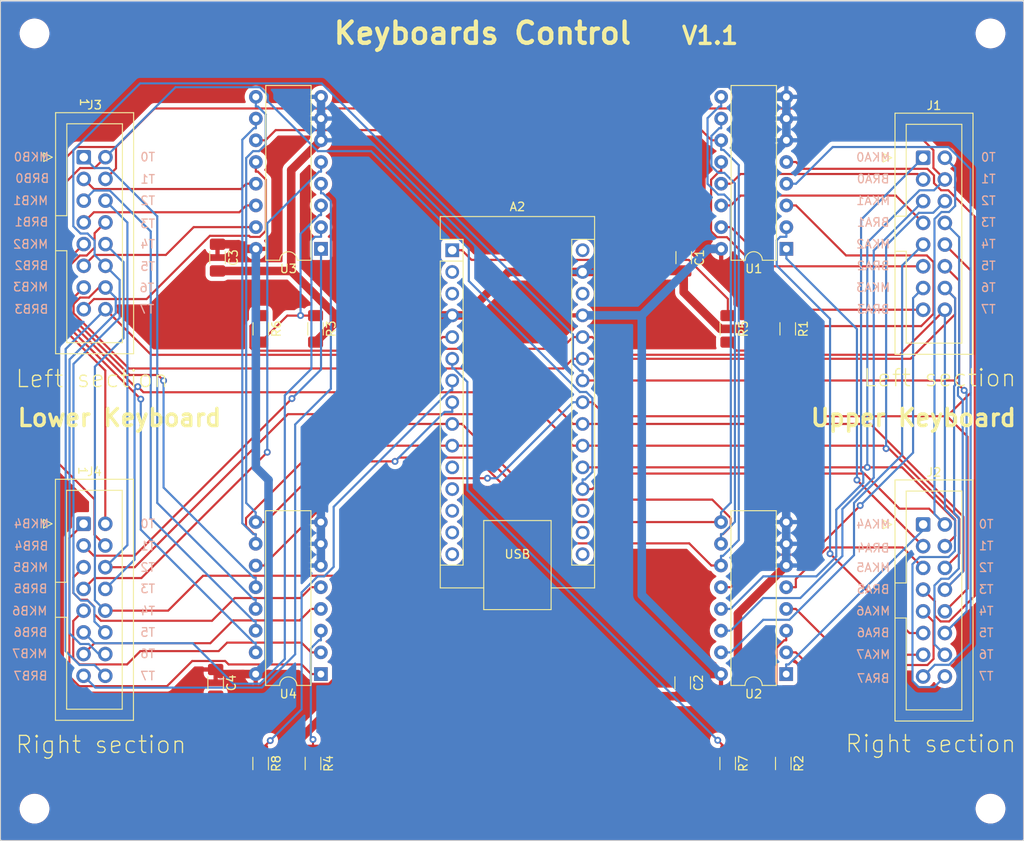
<source format=kicad_pcb>
(kicad_pcb (version 20221018) (generator pcbnew)
  (layers (0 "F.Cu" signal) (31 "B.Cu" signal) (34 "B.Paste" user) (35 "F.Paste" user) (36 "B.SilkS" user "B.Silkscreen") (37 "F.SilkS" user "F.Silkscreen") (38 "B.Mask" user) (39 "F.Mask" user) (44 "Edge.Cuts" user))
  (net 0 "")
  (net 2 "GND")
  (net 4 "+5V")
  (net 5 "/T7")
  (net 6 "/T6")
  (net 7 "/T5")
  (net 8 "/T4")
  (net 9 "/T3")
  (net 10 "/T2")
  (net 11 "/T1")
  (net 12 "/T0")
  (net 21 "/MUX_A3")
  (net 22 "/MUX_A2")
  (net 23 "/MUX_A1")
  (net 24 "/MKB")
  (net 25 "/MKA")
  (net 26 "/BRB")
  (net 29 "/BRA")
  (net 30 "Net-(U1-X)")
  (net 31 "Net-(U2-X)")
  (net 32 "/MKA0")
  (net 33 "/BRA0")
  (net 34 "/MKA1")
  (net 35 "/BRA1")
  (net 36 "/MKA2")
  (net 37 "/BRA2")
  (net 38 "/MKA3")
  (net 39 "/BRA3")
  (net 40 "/BRA7")
  (net 41 "/MKA7")
  (net 42 "/BRA6")
  (net 43 "/MKA6")
  (net 44 "/BRA5")
  (net 45 "/MKA5")
  (net 46 "/BRA4")
  (net 47 "/MKA4")
  (net 48 "/BRB3")
  (net 49 "/MKB3")
  (net 50 "/BRB2")
  (net 51 "/MKB2")
  (net 52 "/BRB1")
  (net 53 "/MKB1")
  (net 54 "/BRB0")
  (net 55 "/MKB0")
  (net 56 "/MKB4")
  (net 57 "/BRB4")
  (net 58 "/MKB5")
  (net 59 "/BRB5")
  (net 60 "/MKB6")
  (net 61 "/BRB6")
  (net 62 "/MKB7")
  (net 63 "/BRB7")
  (net 64 "Net-(U3-X)")
  (net 65 "Net-(U4-X)")
  (footprint "Capacitor_SMD:C_1206_3216Metric_Pad1.33x1.80mm_HandSolder" (layer "F.Cu") (at 166.32 73.465 -90)
    (fp_text reference "C1")
    (fp_text value "100n")
  )
  (footprint "Capacitor_SMD:C_1206_3216Metric_Pad1.33x1.80mm_HandSolder" (layer "F.Cu") (at 166.2 123.205 -90)
    (fp_text reference "C2")
    (fp_text value "100n")
  )
  (footprint "Capacitor_SMD:C_1206_3216Metric_Pad1.33x1.80mm_HandSolder" (layer "F.Cu") (at 111.82 73.465 -90)
    (fp_text reference "C3")
    (fp_text value "100n")
  )
  (footprint "Capacitor_SMD:C_1206_3216Metric_Pad1.33x1.80mm_HandSolder" (layer "F.Cu") (at 111.6 123.205 -90)
    (fp_text reference "C4")
    (fp_text value "100n")
  )
  (footprint "Resistor_SMD:R_1206_3216Metric_Pad1.30x1.75mm_HandSolder" (layer "F.Cu") (at 178.48 81.7975 -90)
    (fp_text reference "R1")
    (fp_text value "2.2K")
  )
  (footprint "Resistor_SMD:R_1206_3216Metric_Pad1.30x1.75mm_HandSolder" (layer "F.Cu") (at 177.96 132.6375 -90)
    (fp_text reference "R2")
    (fp_text value "2.2K")
  )
  (footprint "Resistor_SMD:R_1206_3216Metric_Pad1.30x1.75mm_HandSolder" (layer "F.Cu") (at 171.48 81.7975 -90)
    (fp_text reference "R5")
    (fp_text value "100")
  )
  (footprint "Resistor_SMD:R_1206_3216Metric_Pad1.30x1.75mm_HandSolder" (layer "F.Cu") (at 171.46 132.6375 -90)
    (fp_text reference "R7")
    (fp_text value "100")
  )
  (footprint "Resistor_SMD:R_1206_3216Metric_Pad1.30x1.75mm_HandSolder" (layer "F.Cu") (at 116.86 132.6375 -90)
    (fp_text reference "R8")
    (fp_text value "100")
  )
  (footprint "Package_DIP:DIP-16_W7.62mm" (layer "F.Cu") (at 178.3 122.18 180)
    (fp_text reference "U2")
    (fp_text value "4051")
  )
  (footprint "Package_DIP:DIP-16_W7.62mm" (layer "F.Cu") (at 123.92 72.44 180)
    (fp_text reference "U3")
    (fp_text value "4051")
  )
  (footprint "Package_DIP:DIP-16_W7.62mm" (layer "F.Cu") (at 123.9 122.18 180)
    (fp_text reference "U4")
    (fp_text value "4051")
  )
  (footprint "Connector_IDC:IDC-Header_2x08_P2.54mm_Vertical" (layer "F.Cu") (at 96.18 61.72)
    (fp_text reference "J3")
    (fp_text value "Conn_02x08_Odd_Even")
  )
  (footprint "Package_DIP:DIP-16_W7.62mm" (layer "F.Cu") (at 178.32 72.44 180)
    (fp_text reference "U1")
    (fp_text value "4051")
  )
  (footprint "Connector_IDC:IDC-Header_2x08_P2.54mm_Vertical" (layer "F.Cu") (at 194.31 104.68)
    (fp_text reference "J2")
    (fp_text value "Conn_02x08_Odd_Even")
  )
  (footprint "Connector_IDC:IDC-Header_2x08_P2.54mm_Vertical" (layer "F.Cu") (at 194.31 61.78)
    (fp_text reference "J1")
    (fp_text value "Conn_02x08_Odd_Even")
  )
  (footprint "Resistor_SMD:R_1206_3216Metric_Pad1.30x1.75mm_HandSolder" (layer "F.Cu") (at 116.88 81.7975 -90)
    (fp_text reference "R6")
    (fp_text value "100")
  )
  (footprint "Resistor_SMD:R_1206_3216Metric_Pad1.30x1.75mm_HandSolder" (layer "F.Cu") (at 123.28 81.7975 -90)
    (fp_text reference "R3")
    (fp_text value "2.2K")
  )
  (footprint "Connector_IDC:IDC-Header_2x08_P2.54mm_Vertical" (layer "F.Cu") (at 96.16 104.6)
    (fp_text reference "J4")
    (fp_text value "Conn_02x08_Odd_Even")
  )
  (footprint "Resistor_SMD:R_1206_3216Metric_Pad1.30x1.75mm_HandSolder" (layer "F.Cu") (at 122.98 132.6375 -90)
    (fp_text reference "R4")
    (fp_text value "2.2K")
  )
  (footprint "MountingHole:MountingHole_3mm" (layer "F.Cu") (at 202.184 47.244)
    (fp_text reference "REF1" hide)
    (fp_text value "MountingHole_3mm" hide)
  )
  (footprint "MountingHole:MountingHole_3mm" (layer "F.Cu") (at 202.184 137.922)
    (fp_text reference "REF2" hide)
    (fp_text value "MountingHole_3mm" hide)
  )
  (footprint "MountingHole:MountingHole_3mm" (layer "F.Cu") (at 90.424 47.244)
    (fp_text reference "REF4" hide)
    (fp_text value "MountingHole_3mm" hide)
  )
  (footprint "MountingHole:MountingHole_3mm" (layer "F.Cu") (at 90.424 137.922)
    (fp_text reference "REF3" hide)
    (fp_text value "MountingHole_3mm" hide)
  )
  (footprint "Module:Arduino_Nano" (layer "F.Cu") (at 139.26 72.6)
    (fp_text reference "A2")
    (fp_text value "Arduino_Nano_v3.x")
  )
  (gr_line (start 86.44 43.38) (end 86.694 43.38) (stroke (width 0.1)) (layer "Edge.Cuts"))
  (gr_line (start 86.44 44.65) (end 86.44 141.678) (stroke (width 0.1)) (layer "Edge.Cuts"))
  (gr_line (start 206.074 43.38) (end 206.074 141.678) (stroke (width 0.1)) (layer "Edge.Cuts"))
  (gr_line (start 206.074 141.678) (end 86.44 141.678) (stroke (width 0.1)) (layer "Edge.Cuts"))
  (gr_line (start 86.694 43.38) (end 206.074 43.38) (stroke (width 0.1)) (layer "Edge.Cuts"))
  (gr_line (start 86.44 44.65) (end 86.44 43.38) (stroke (width 0.1)) (layer "Edge.Cuts"))
  (gr_text "T0" (at 103.66 61.7) (layer "B.SilkS") (effects (font (size 1 1)) (justify mirror)))
  (gr_text "T1" (at 103.66 64.3) (layer "B.SilkS") (effects (font (size 1 1)) (justify mirror)))
  (gr_text "T2" (at 103.66 66.8) (layer "B.SilkS") (effects (font (size 1 1)) (justify mirror)))
  (gr_text "T3" (at 103.66 69.5) (layer "B.SilkS") (effects (font (size 1 1)) (justify mirror)))
  (gr_text "T4" (at 103.66 71.9) (layer "B.SilkS") (effects (font (size 1 1)) (justify mirror)))
  (gr_text "T5" (at 103.66 74.5) (layer "B.SilkS") (effects (font (size 1 1)) (justify mirror)))
  (gr_text "T6" (at 103.56 77) (layer "B.SilkS") (effects (font (size 1 1)) (justify mirror)))
  (gr_text "T7" (at 103.56 79.5) (layer "B.SilkS") (effects (font (size 1 1)) (justify mirror)))
  (gr_text "BRA2" (at 188.468 74.422) (layer "B.SilkS") (effects (font (size 1 1)) (justify mirror)))
  (gr_text "MKB7" (at 89.86 119.8) (layer "B.SilkS") (effects (font (size 1 1)) (justify mirror)))
  (gr_text "MKB3" (at 89.96 76.9) (layer "B.SilkS") (effects (font (size 1 1)) (justify mirror)))
  (gr_text "T3" (at 201.93 69.342) (layer "B.SilkS") (effects (font (size 1 1)) (justify mirror)))
  (gr_text "BRA3" (at 188.468 79.502) (layer "B.SilkS") (effects (font (size 1 1)) (justify mirror)))
  (gr_text "T1" (at 103.66 107.2) (layer "B.SilkS") (effects (font (size 1 1)) (justify mirror)))
  (gr_text "T4" (at 103.66 114.8) (layer "B.SilkS") (effects (font (size 1 1)) (justify mirror)))
  (gr_text "BRB7" (at 89.96 122.4) (layer "B.SilkS") (effects (font (size 1 1)) (justify mirror)))
  (gr_text "T5" (at 103.66 117.3) (layer "B.SilkS") (effects (font (size 1 1)) (justify mirror)))
  (gr_text "MKB2" (at 89.96 71.9) (layer "B.SilkS") (effects (font (size 1 1)) (justify mirror)))
  (gr_text "MKB5" (at 89.96 109.7) (layer "B.SilkS") (effects (font (size 1 1)) (justify mirror)))
  (gr_text "BRB2" (at 90.06 74.4) (layer "B.SilkS") (effects (font (size 1 1)) (justify mirror)))
  (gr_text "BRA5" (at 188.468 112.268) (layer "B.SilkS") (effects (font (size 1 1)) (justify mirror)))
  (gr_text "BRA7" (at 188.468 122.682) (layer "B.SilkS") (effects (font (size 1 1)) (justify mirror)))
  (gr_text "MKA5" (at 188.468 109.728) (layer "B.SilkS") (effects (font (size 1 1)) (justify mirror)))
  (gr_text "BRB1" (at 90.06 69.3) (layer "B.SilkS") (effects (font (size 1 1)) (justify mirror)))
  (gr_text "T4" (at 201.676 114.808) (layer "B.SilkS") (effects (font (size 1 1)) (justify mirror)))
  (gr_text "BRB5" (at 89.96 112.2) (layer "B.SilkS") (effects (font (size 1 1)) (justify mirror)))
  (gr_text "T7" (at 201.676 122.428) (layer "B.SilkS") (effects (font (size 1 1)) (justify mirror)))
  (gr_text "T0" (at 201.93 61.722) (layer "B.SilkS") (effects (font (size 1 1)) (justify mirror)))
  (gr_text "T4" (at 201.93 71.882) (layer "B.SilkS") (effects (font (size 1 1)) (justify mirror)))
  (gr_text "T1" (at 201.676 107.188) (layer "B.SilkS") (effects (font (size 1 1)) (justify mirror)))
  (gr_text "MKA7" (at 188.468 119.888) (layer "B.SilkS") (effects (font (size 1 1)) (justify mirror)))
  (gr_text "BRB3" (at 90.06 79.5) (layer "B.SilkS") (effects (font (size 1 1)) (justify mirror)))
  (gr_text "T2" (at 103.66 109.7) (layer "B.SilkS") (effects (font (size 1 1)) (justify mirror)))
  (gr_text "T0" (at 103.66 104.6) (layer "B.SilkS") (effects (font (size 1 1)) (justify mirror)))
  (gr_text "T6" (at 201.676 119.888) (layer "B.SilkS") (effects (font (size 1 1)) (justify mirror)))
  (gr_text "T1" (at 201.93 64.262) (layer "B.SilkS") (effects (font (size 1 1)) (justify mirror)))
  (gr_text "T7" (at 201.93 79.502) (layer "B.SilkS") (effects (font (size 1 1)) (justify mirror)))
  (gr_text "T5" (at 201.93 74.422) (layer "B.SilkS") (effects (font (size 1 1)) (justify mirror)))
  (gr_text "BRB0" (at 90.16 64.2) (layer "B.SilkS") (effects (font (size 1 1)) (justify mirror)))
  (gr_text "BRB4" (at 90.06 107.2) (layer "B.SilkS") (effects (font (size 1 1)) (justify mirror)))
  (gr_text "MKB0" (at 90.06 61.7) (layer "B.SilkS") (effects (font (size 1 1)) (justify mirror)))
  (gr_text "MKA4" (at 188.468 104.648) (layer "B.SilkS") (effects (font (size 1 1)) (justify mirror)))
  (gr_text "MKA0" (at 188.468 61.722) (layer "B.SilkS") (effects (font (size 1 1)) (justify mirror)))
  (gr_text "T0" (at 201.676 104.648) (layer "B.SilkS") (effects (font (size 1 1)) (justify mirror)))
  (gr_text "MKA1" (at 188.468 66.802) (layer "B.SilkS") (effects (font (size 1 1)) (justify mirror)))
  (gr_text "MKA2" (at 188.468 71.882) (layer "B.SilkS") (effects (font (size 1 1)) (justify mirror)))
  (gr_text "BRB6" (at 89.96 117.3) (layer "B.SilkS") (effects (font (size 1 1)) (justify mirror)))
  (gr_text "T6" (at 103.66 119.8) (layer "B.SilkS") (effects (font (size 1 1)) (justify mirror)))
  (gr_text "BRA0" (at 188.468 64.262) (layer "B.SilkS") (effects (font (size 1 1)) (justify mirror)))
  (gr_text "MKB1" (at 89.96 66.8) (layer "B.SilkS") (effects (font (size 1 1)) (justify mirror)))
  (gr_text "T2" (at 201.676 109.728) (layer "B.SilkS") (effects (font (size 1 1)) (justify mirror)))
  (gr_text "MKB6" (at 89.86 114.8) (layer "B.SilkS") (effects (font (size 1 1)) (justify mirror)))
  (gr_text "T3" (at 201.676 112.268) (layer "B.SilkS") (effects (font (size 1 1)) (justify mirror)))
  (gr_text "BRA1" (at 188.468 69.342) (layer "B.SilkS") (effects (font (size 1 1)) (justify mirror)))
  (gr_text "T7" (at 103.66 122.4) (layer "B.SilkS") (effects (font (size 1 1)) (justify mirror)))
  (gr_text "T3" (at 103.66 112.2) (layer "B.SilkS") (effects (font (size 1 1)) (justify mirror)))
  (gr_text "BRA6" (at 188.468 117.348) (layer "B.SilkS") (effects (font (size 1 1)) (justify mirror)))
  (gr_text "BRA4" (at 188.468 107.442) (layer "B.SilkS") (effects (font (size 1 1)) (justify mirror)))
  (gr_text "T2" (at 201.93 66.802) (layer "B.SilkS") (effects (font (size 1 1)) (justify mirror)))
  (gr_text "MKA6" (at 188.468 114.808) (layer "B.SilkS") (effects (font (size 1 1)) (justify mirror)))
  (gr_text "MKA3" (at 188.468 76.962) (layer "B.SilkS") (effects (font (size 1 1)) (justify mirror)))
  (gr_text "MKB4" (at 90.06 104.6) (layer "B.SilkS") (effects (font (size 1 1)) (justify mirror)))
  (gr_text "T5" (at 201.676 117.348) (layer "B.SilkS") (effects (font (size 1 1)) (justify mirror)))
  (gr_text "T6" (at 201.93 76.962) (layer "B.SilkS") (effects (font (size 1 1)) (justify mirror)))
  (gr_text "1" (at 96.06 98.4 270) (layer "F.SilkS") (effects (font (size 1 1))))
  (gr_text "V1.1" (at 169.4 47.5) (layer "F.SilkS") (effects (font (size 2 2) (thickness 0.4) bold)))
  (gr_text "1" (at 96.26 55.3 270) (layer "F.SilkS") (effects (font (size 1 1))))
  (gr_text "Left section" (at 187.195238 88.7) (layer "F.SilkS") (effects (font (size 2 2)) (justify left bottom)))
  (gr_text "Lower Keyboard" (at 100.357144 92.2) (layer "F.SilkS") (effects (font (size 2 2) (thickness 0.4) bold)))
  (gr_text "Keyboards Control" (at 142.8 47.2075) (layer "F.SilkS") (effects (font (size 2.5 2.5) (thickness 0.5) bold)))
  (gr_text "Right section" (at 88.1 131.6) (layer "F.SilkS") (effects (font (size 2 2)) (justify left bottom)))
  (gr_text "Upper Keyboard" (at 193.17262 92.2) (layer "F.SilkS") (effects (font (size 2 2) (thickness 0.4) bold)))
  (gr_text "Left section" (at 88.1 88.8) (layer "F.SilkS") (effects (font (size 2 2)) (justify left bottom)))
  (gr_text "Right section" (at 185.1 131.5) (layer "F.SilkS") (effects (font (size 2 2)) (justify left bottom)))
  (segment (start 125.4204 80.22) (end 125.4204 80.0155) (width 1) (layer "F.Cu") (net 2))
  (segment (start 172.6557 115.1243) (end 172.6557 123.1988) (width 1) (layer "F.Cu") (net 2))
  (segment (start 125.4204 80.0155) (end 120.4324 75.0275) (width 1) (layer "F.Cu") (net 2))
  (segment (start 115.8435 132.4585) (end 111.6 128.215) (width 1) (layer "F.Cu") (net 2))
  (segment (start 121.3953 132.4585) (end 115.8435 132.4585) (width 1) (layer "F.Cu") (net 2))
  (segment (start 170.6109 81.7975) (end 176.93 81.7975) (width 1) (layer "F.Cu") (net 2))
  (segment (start 171.087 124.7675) (end 171.087 127.3145) (width 1) (layer "F.Cu") (net 2))
  (segment (start 126.4821 124.7675) (end 166.2 124.7675) (width 1) (layer "F.Cu") (net 2))
  (segment (start 176.93 81.7975) (end 178.48 83.3475) (width 1) (layer "F.Cu") (net 2))
  (segment (start 139.26 80.22) (end 137.7581 80.22) (width 1) (layer "F.Cu") (net 2))
  (segment (start 121.3953 132.4585) (end 121.3953 129.8543) (width 1) (layer "F.Cu") (net 2))
  (segment (start 140.7619 80.22) (end 145.8419 75.14) (width 1) (layer "F.Cu") (net 2))
  (segment (start 123.28 83.3475) (end 125.4204 81.2071) (width 1) (layer "F.Cu") (net 2))
  (segment (start 171.087 127.3145) (end 177.96 134.1875) (width 1) (layer "F.Cu") (net 2))
  (segment (start 121.3953 129.8543) (end 126.4821 124.7675) (width 1) (layer "F.Cu") (net 2))
  (segment (start 145.8419 75.14) (end 154.5 75.14) (width 1) (layer "F.Cu") (net 2))
  (segment (start 120.4324 63.2276) (end 123.92 59.74) (width 1) (layer "F.Cu") (net 2))
  (segment (start 156.0019 75.14) (end 156.1144 75.0275) (width 1) (layer "F.Cu") (net 2))
  (segment (start 111.6 128.215) (end 111.6 124.7675) (width 1) (layer "F.Cu") (net 2))
  (segment (start 156.1144 75.0275) (end 166.32 75.0275) (width 1) (layer "F.Cu") (net 2))
  (segment (start 125.4204 81.2071) (end 125.4204 80.22) (width 1) (layer "F.Cu") (net 2))
  (segment (start 171.087 124.7675) (end 166.2 124.7675) (width 1) (layer "F.Cu") (net 2))
  (segment (start 154.5 75.14) (end 156.0019 75.14) (width 1) (layer "F.Cu") (net 2))
  (segment (start 121.3953 132.6028) (end 122.98 134.1875) (width 1) (layer "F.Cu") (net 2))
  (segment (start 121.3953 132.4585) (end 121.3953 132.6028) (width 1) (layer "F.Cu") (net 2))
  (segment (start 166.32 75.0275) (end 166.32 77.5066) (width 1) (layer "F.Cu") (net 2))
  (segment (start 139.26 80.22) (end 140.7619 80.22) (width 1) (layer "F.Cu") (net 2))
  (segment (start 125.4204 80.22) (end 137.7581 80.22) (width 1) (layer "F.Cu") (net 2))
  (segment (start 172.6557 123.1988) (end 171.087 124.7675) (width 1) (layer "F.Cu") (net 2))
  (segment (start 178.3 109.48) (end 172.6557 115.1243) (width 1) (layer "F.Cu") (net 2))
  (segment (start 166.32 77.5066) (end 170.6109 81.7975) (width 1) (layer "F.Cu") (net 2))
  (segment (start 120.4324 75.0275) (end 120.4324 63.2276) (width 1) (layer "F.Cu") (net 2))
  (segment (start 120.4324 75.0275) (end 111.82 75.0275) (width 1) (layer "F.Cu") (net 2))
  (segment (start 167.9326 55.2699) (end 170.0901 53.1124) (width 1) (layer "B.Cu") (net 2))
  (segment (start 123.92 54.66) (end 123.92 57.2) (width 1) (layer "B.Cu") (net 2))
  (segment (start 123.9 95.58) (end 123.9 102.8981) (width 1) (layer "B.Cu") (net 2))
  (segment (start 170.0901 53.1124) (end 175.2705 53.1124) (width 1) (layer "B.Cu") (net 2))
  (segment (start 175.2705 53.1124) (end 176.8181 54.66) (width 1) (layer "B.Cu") (net 2))
  (segment (start 139.26 80.22) (end 123.9 95.58) (width 1) (layer "B.Cu") (net 2))
  (segment (start 176.3661 61.6939) (end 178.32 59.74) (width 1) (layer "B.Cu") (net 2))
  (segment (start 167.9326 61.7074) (end 167.9326 55.2699) (width 1) (layer "B.Cu") (net 2))
  (segment (start 178.3 102.8981) (end 176.3661 100.9642) (width 1) (layer "B.Cu") (net 2))
  (segment (start 123.9 104.4) (end 123.9 106.94) (width 1) (layer "B.Cu") (net 2))
  (segment (start 123.9 104.4) (end 123.9 102.8981) (width 1) (layer "B.Cu") (net 2))
  (segment (start 178.3 104.4) (end 178.3 106.94) (width 1) (layer "B.Cu") (net 2))
  (segment (start 154.5 75.14) (end 167.9326 61.7074) (width 1) (layer "B.Cu") (net 2))
  (segment (start 176.3661 100.9642) (end 176.3661 61.6939) (width 1) (layer "B.Cu") (net 2))
  (segment (start 123.92 59.74) (end 123.92 57.2) (width 1) (layer "B.Cu") (net 2))
  (segment (start 123.9 106.94) (end 123.9 109.48) (width 1) (layer "B.Cu") (net 2))
  (segment (start 178.3 104.4) (end 178.3 102.8981) (width 1) (layer "B.Cu") (net 2))
  (segment (start 178.32 57.2) (end 178.32 54.66) (width 1) (layer "B.Cu") (net 2))
  (segment (start 178.32 54.66) (end 176.8181 54.66) (width 1) (layer "B.Cu") (net 2))
  (segment (start 178.32 57.2) (end 178.32 59.74) (width 1) (layer "B.Cu") (net 2))
  (segment (start 178.3 106.94) (end 178.3 109.48) (width 1) (layer "B.Cu") (net 2))
  (segment (start 127.0301 121.6425) (end 124.9907 123.6819) (width 1) (layer "F.Cu") (net 4))
  (segment (start 124.9907 123.6819) (end 119.2838 123.6819) (width 1) (layer "F.Cu") (net 4))
  (segment (start 168.6606 71.9025) (end 169.1981 72.44) (width 1) (layer "F.Cu") (net 4))
  (segment (start 166.2 121.6425) (end 127.0301 121.6425) (width 1) (layer "F.Cu") (net 4))
  (segment (start 116.3 72.44) (end 114.7981 72.44) (width 1) (layer "F.Cu") (net 4))
  (segment (start 169.1781 122.18) (end 168.6406 121.6425) (width 1) (layer "F.Cu") (net 4))
  (segment (start 111.82 71.9025) (end 114.2606 71.9025) (width 1) (layer "F.Cu") (net 4))
  (segment (start 116.28 122.18) (end 117.7819 122.18) (width 1) (layer "F.Cu") (net 4))
  (segment (start 119.2838 123.6819) (end 117.7819 122.18) (width 1) (layer "F.Cu") (net 4))
  (segment (start 168.6406 121.6425) (end 166.2 121.6425) (width 1) (layer "F.Cu") (net 4))
  (segment (start 116.28 122.18) (end 114.7781 122.18) (width 1) (layer "F.Cu") (net 4))
  (segment (start 170.68 122.18) (end 169.1781 122.18) (width 1) (layer "F.Cu") (net 4))
  (segment (start 170.7 72.44) (end 169.1981 72.44) (width 1) (layer "F.Cu") (net 4))
  (segment (start 114.2606 71.9025) (end 114.7981 72.44) (width 1) (layer "F.Cu") (net 4))
  (segment (start 111.6 121.6425) (end 112.1375 122.18) (width 1) (layer "F.Cu") (net 4))
  (segment (start 166.32 71.9025) (end 168.6606 71.9025) (width 1) (layer "F.Cu") (net 4))
  (segment (start 112.1375 122.18) (end 114.7781 122.18) (width 1) (layer "F.Cu") (net 4))
  (segment (start 117.7819 120.6781) (end 116.28 122.18) (width 1) (layer "B.Cu") (net 4))
  (segment (start 170.68 122.18) (end 161.4181 112.9181) (width 1) (layer "B.Cu") (net 4))
  (segment (start 161.4181 80.22) (end 169.1981 72.44) (width 1) (layer "B.Cu") (net 4))
  (segment (start 116.3 73.9419) (end 116.3 97.9881) (width 1) (layer "B.Cu") (net 4))
  (segment (start 154.5 80.22) (end 161.4181 80.22) (width 1) (layer "B.Cu") (net 4))
  (segment (start 116.3 72.44) (end 116.3 73.9419) (width 1) (layer "B.Cu") (net 4))
  (segment (start 117.7819 99.47) (end 117.7819 120.6781) (width 1) (layer "B.Cu") (net 4))
  (segment (start 116.3 97.9881) (end 117.7819 99.47) (width 1) (layer "B.Cu") (net 4))
  (segment (start 161.4181 112.9181) (end 161.4181 80.22) (width 1) (layer "B.Cu") (net 4))
  (segment (start 170.7 72.44) (end 169.1981 72.44) (width 1) (layer "B.Cu") (net 4))
  (segment (start 154.5 82.76) (end 153.3731 82.76) (width 0.25) (layer "F.Cu") (net 5))
  (segment (start 154.5 82.76) (end 155.6269 82.76) (width 0.25) (layer "F.Cu") (net 5))
  (segment (start 196.85 79.56) (end 191.5812 84.8288) (width 0.25) (layer "F.Cu") (net 5))
  (segment (start 104.0548 84.8348) (end 98.72 79.5) (width 0.25) (layer "F.Cu") (net 5))
  (segment (start 191.5812 84.8288) (end 157.6957 84.8288) (width 0.25) (layer "F.Cu") (net 5))
  (segment (start 137.8933 84.1306) (end 137.1891 84.8348) (width 0.25) (layer "F.Cu") (net 5))
  (segment (start 152.0025 84.1306) (end 137.8933 84.1306) (width 0.25) (layer "F.Cu") (net 5))
  (segment (start 153.3731 82.76) (end 152.0025 84.1306) (width 0.25) (layer "F.Cu") (net 5))
  (segment (start 137.1891 84.8348) (end 104.0548 84.8348) (width 0.25) (layer "F.Cu") (net 5))
  (segment (start 157.6957 84.8288) (end 155.6269 82.76) (width 0.25) (layer "F.Cu") (net 5))
  (segment (start 97.43 121.11) (end 98.7 122.38) (width 0.25) (layer "B.Cu") (net 5))
  (segment (start 94.0686 84.1514) (end 94.0686 119.4938) (width 0.25) (layer "B.Cu") (net 5))
  (segment (start 198.0276 107.762) (end 198.0276 104.0557) (width 0.25) (layer "B.Cu") (net 5))
  (segment (start 193.9011 108.49) (end 197.2996 108.49) (width 0.25) (layer "B.Cu") (net 5))
  (segment (start 193.7895 123.7012) (end 193.0614 122.9731) (width 0.25) (layer "B.Cu") (net 5))
  (segment (start 95.6848 121.11) (end 97.43 121.11) (width 0.25) (layer "B.Cu") (net 5))
  (segment (start 197.2996 108.49) (end 198.0276 107.762) (width 0.25) (layer "B.Cu") (net 5))
  (segment (start 196.85 102.8781) (end 196.85 79.56) (width 0.25) (layer "B.Cu") (net 5))
  (segment (start 98.72 79.5) (end 94.0686 84.1514) (width 0.25) (layer "B.Cu") (net 5))
  (segment (start 196.85 122.46) (end 195.6088 123.7012) (width 0.25) (layer "B.Cu") (net 5))
  (segment (start 195.6088 123.7012) (end 193.7895 123.7012) (width 0.25) (layer "B.Cu") (net 5))
  (segment (start 193.0614 109.3297) (end 193.9011 108.49) (width 0.25) (layer "B.Cu") (net 5))
  (segment (start 198.0276 104.0557) (end 196.85 102.8781) (width 0.25) (layer "B.Cu") (net 5))
  (segment (start 193.0614 122.9731) (end 193.0614 109.3297) (width 0.25) (layer "B.Cu") (net 5))
  (segment (start 94.0686 119.4938) (end 95.6848 121.11) (width 0.25) (layer "B.Cu") (net 5))
  (segment (start 152.2413 86.4318) (end 101.4468 86.4318) (width 0.25) (layer "F.Cu") (net 6))
  (segment (start 198.0432 78.2132) (end 198.0432 80.0885) (width 0.25) (layer "F.Cu") (net 6))
  (segment (start 196.85 77.02) (end 198.0432 78.2132) (width 0.25) (layer "F.Cu") (net 6))
  (segment (start 94.9951 79.9801) (end 94.9951 78.9023) (width 0.25) (layer "F.Cu") (net 6))
  (segment (start 198.0432 80.0885) (end 192.8317 85.3) (width 0.25) (layer "F.Cu") (net 6))
  (segment (start 95.7605 78.1369) (end 96.7858 78.1369) (width 0.25) (layer "F.Cu") (net 6))
  (segment (start 101.4468 86.4318) (end 94.9951 79.9801) (width 0.25) (layer "F.Cu") (net 6))
  (segment (start 94.9951 78.9023) (end 95.7605 78.1369) (width 0.25) (layer "F.Cu") (net 6))
  (segment (start 97.9627 76.96) (end 98.72 76.96) (width 0.25) (layer "F.Cu") (net 6))
  (segment (start 154.5 85.3) (end 153.3731 85.3) (width 0.25) (layer "F.Cu") (net 6))
  (segment (start 153.3731 85.3) (end 152.2413 86.4318) (width 0.25) (layer "F.Cu") (net 6))
  (segment (start 192.8317 85.3) (end 154.5 85.3) (width 0.25) (layer "F.Cu") (net 6))
  (segment (start 96.7858 78.1369) (end 97.9627 76.96) (width 0.25) (layer "F.Cu") (net 6))
  (segment (start 198.0478 88.385) (end 198.0478 78.2178) (width 0.25) (layer "B.Cu") (net 6))
  (segment (start 97.9427 119.84) (end 98.7 119.84) (width 0.25) (layer "B.Cu") (net 6))
  (segment (start 99.9221 78.1621) (end 99.9221 79.9775) (width 0.25) (layer "B.Cu") (net 6))
  (segment (start 195.6325 111.8166) (end 196.4191 111.03) (width 0.25) (layer "B.Cu") (net 6))
  (segment (start 196.4191 111.03) (end 197.2845 111.03) (width 0.25) (layer "B.Cu") (net 6))
  (segment (start 94.5205 117.409) (end 95.7746 118.6631) (width 0.25) (layer "B.Cu") (net 6))
  (segment (start 99.9221 79.9775) (end 94.5205 85.3791) (width 0.25) (layer "B.Cu") (net 6))
  (segment (start 197.2845 111.03) (end 198.4801 109.8344) (width 0.25) (layer "B.Cu") (net 6))
  (segment (start 196.85 119.92) (end 195.6325 118.7025) (width 0.25) (layer "B.Cu") (net 6))
  (segment (start 197.9269 88.5059) (end 198.0478 88.385) (width 0.25) (layer "B.Cu") (net 6))
  (segment (start 197.9269 103.3159) (end 197.9269 88.5059) (width 0.25) (layer "B.Cu") (net 6))
  (segment (start 198.4801 103.8691) (end 197.9269 103.3159) (width 0.25) (layer "B.Cu") (net 6))
  (segment (start 198.0478 78.2178) (end 196.85 77.02) (width 0.25) (layer "B.Cu") (net 6))
  (segment (start 96.7658 118.6631) (end 97.9427 119.84) (width 0.25) (layer "B.Cu") (net 6))
  (segment (start 94.5205 85.3791) (end 94.5205 117.409) (width 0.25) (layer "B.Cu") (net 6))
  (segment (start 95.7746 118.6631) (end 96.7658 118.6631) (width 0.25) (layer "B.Cu") (net 6))
  (segment (start 98.72 76.96) (end 99.9221 78.1621) (width 0.25) (layer "B.Cu") (net 6))
  (segment (start 198.4801 109.8344) (end 198.4801 103.8691) (width 0.25) (layer "B.Cu") (net 6))
  (segment (start 195.6325 118.7025) (end 195.6325 111.8166) (width 0.25) (layer "B.Cu") (net 6))
  (segment (start 197.9516 87.84) (end 154.5 87.84) (width 0.25) (layer "F.Cu") (net 7))
  (segment (start 197.9516 87.84) (end 199.1057 88.9941) (width 0.25) (layer "F.Cu") (net 7))
  (segment (start 197.9516 87.84) (end 198.5128 87.2788) (width 0.25) (layer "F.Cu") (net 7))
  (segment (start 198.5128 76.1428) (end 196.85 74.48) (width 0.25) (layer "F.Cu") (net 7))
  (segment (start 198.5128 87.2788) (end 198.5128 76.1428) (width 0.25) (layer "F.Cu") (net 7))
  (via (at 199.1057 88.9941) (size 0.8) (drill 0.4) (layers "F.Cu" "B.Cu") (net 7))
  (segment (start 95.8575 113.5831) (end 96.6495 113.5831) (width 0.25) (layer "B.Cu") (net 7))
  (segment (start 153.3731 85.868) (end 153.3731 82.4638) (width 0.25) (layer "B.Cu") (net 7))
  (segment (start 196.85 117.38) (end 199.3854 114.8446) (width 0.25) (layer "B.Cu") (net 7))
  (segment (start 96.6284 70.645) (end 97.45 71.4666) (width 0.25) (layer "B.Cu") (net 7))
  (segment (start 97.43 114.3636) (end 97.43 116.03) (width 0.25) (layer "B.Cu") (net 7))
  (segment (start 100.374 76.074) (end 100.374 80.5103) (width 0.25) (layer "B.Cu") (net 7))
  (segment (start 154.5 87.84) (end 154.5 86.7131) (width 0.25) (layer "B.Cu") (net 7))
  (segment (start 97.45 73.15) (end 98.72 74.42) (width 0.25) (layer "B.Cu") (net 7))
  (segment (start 94.9796 85.9047) (end 94.9796 112.7052) (width 0.25) (layer "B.Cu") (net 7))
  (segment (start 94.9618 69.7989) (end 95.8079 70.645) (width 0.25) (layer "B.Cu") (net 7))
  (segment (start 100.374 80.5103) (end 94.9796 85.9047) (width 0.25) (layer "B.Cu") (net 7))
  (segment (start 154.5 86.7131) (end 154.2182 86.7131) (width 0.25) (layer "B.Cu") (net 7))
  (segment (start 154.2182 86.7131) (end 153.3731 85.868) (width 0.25) (layer "B.Cu") (net 7))
  (segment (start 199.3854 89.2738) (end 199.1057 88.9941) (width 0.25) (layer "B.Cu") (net 7))
  (segment (start 123.9875 53.0782) (end 102.7805 53.0782) (width 0.25) (layer "B.Cu") (net 7))
  (segment (start 94.9618 60.8969) (end 94.9618 69.7989) (width 0.25) (layer "B.Cu") (net 7))
  (segment (start 102.7805 53.0782) (end 94.9618 60.8969) (width 0.25) (layer "B.Cu") (net 7))
  (segment (start 98.72 74.42) (end 100.374 76.074) (width 0.25) (layer "B.Cu") (net 7))
  (segment (start 97.45 71.4666) (end 97.45 73.15) (width 0.25) (layer "B.Cu") (net 7))
  (segment (start 95.8079 70.645) (end 96.6284 70.645) (width 0.25) (layer "B.Cu") (net 7))
  (segment (start 153.3731 82.4638) (end 123.9875 53.0782) (width 0.25) (layer "B.Cu") (net 7))
  (segment (start 97.43 116.03) (end 98.7 117.3) (width 0.25) (layer "B.Cu") (net 7))
  (segment (start 199.3854 114.8446) (end 199.3854 89.2738) (width 0.25) (layer "B.Cu") (net 7))
  (segment (start 96.6495 113.5831) (end 97.43 114.3636) (width 0.25) (layer "B.Cu") (net 7))
  (segment (start 94.9796 112.7052) (end 95.8575 113.5831) (width 0.25) (layer "B.Cu") (net 7))
  (segment (start 110.1325 110.6769) (end 126.5973 110.6769) (width 0.25) (layer "F.Cu") (net 8))
  (segment (start 106.0494 114.76) (end 110.1325 110.6769) (width 0.25) (layer "F.Cu") (net 8))
  (segment (start 199.506 94.4132) (end 199.506 112.184) (width 0.25) (layer "F.Cu") (net 8))
  (segment (start 197.1127 92.0199) (end 199.506 94.4132) (width 0.25) (layer "F.Cu") (net 8))
  (segment (start 138.003 99.2712) (end 143.3837 99.2712) (width 0.25) (layer "F.Cu") (net 8))
  (segment (start 157.2668 92.0199) (end 155.6269 90.38) (width 0.25) (layer "F.Cu") (net 8))
  (segment (start 197.1127 92.0199) (end 157.2668 92.0199) (width 0.25) (layer "F.Cu") (net 8))
  (segment (start 126.5973 110.6769) (end 138.003 99.2712) (width 0.25) (layer "F.Cu") (net 8))
  (segment (start 154.5 90.38) (end 155.6269 90.38) (width 0.25) (layer "F.Cu") (net 8))
  (segment (start 199.8481 89.2845) (end 197.1127 92.0199) (width 0.25) (layer "F.Cu") (net 8))
  (segment (start 196.85 71.94) (end 199.8481 74.9381) (width 0.25) (layer "F.Cu") (net 8))
  (segment (start 199.8481 74.9381) (end 199.8481 89.2845) (width 0.25) (layer "F.Cu") (net 8))
  (segment (start 199.506 112.184) (end 196.85 114.84) (width 0.25) (layer "F.Cu") (net 8))
  (segment (start 98.7 114.76) (end 106.0494 114.76) (width 0.25) (layer "F.Cu") (net 8))
  (via (at 143.3837 99.2712) (size 0.8) (drill 0.4) (layers "F.Cu" "B.Cu") (net 8))
  (segment (start 153.3731 90.38) (end 144.4819 99.2712) (width 0.25) (layer "B.Cu") (net 8))
  (segment (start 100.8289 73.9889) (end 98.72 71.88) (width 0.25) (layer "B.Cu") (net 8))
  (segment (start 98.7 114.76) (end 97.4832 113.5432) (width 0.25) (layer "B.Cu") (net 8))
  (segment (start 97.4832 86.2242) (end 100.8289 82.8785) (width 0.25) (layer "B.Cu") (net 8))
  (segment (start 100.8289 82.8785) (end 100.8289 73.9889) (width 0.25) (layer "B.Cu") (net 8))
  (segment (start 154.5 90.38) (end 153.3731 90.38) (width 0.25) (layer "B.Cu") (net 8))
  (segment (start 144.4819 99.2712) (end 143.3837 99.2712) (width 0.25) (layer "B.Cu") (net 8))
  (segment (start 97.4832 113.5432) (end 97.4832 86.2242) (width 0.25) (layer "B.Cu") (net 8))
  (segment (start 188.1559 92.92) (end 154.5 92.92) (width 0.25) (layer "F.Cu") (net 9))
  (segment (start 97.45 72.289) (end 96.5189 73.2201) (width 0.25) (layer "F.Cu") (net 9))
  (segment (start 199.0255 103.7896) (end 188.1559 92.92) (width 0.25) (layer "F.Cu") (net 9))
  (segment (start 149.6693 89.2162) (end 103.1556 89.2162) (width 0.25) (layer "F.Cu") (net 9))
  (segment (start 94.0826 74.85) (end 94.0826 80.4628) (width 0.25) (layer "F.Cu") (net 9))
  (segment (start 94.0826 80.4628) (end 102.1762 88.5564) (width 0.25) (layer "F.Cu") (net 9))
  (segment (start 199.0255 110.1245) (end 199.0255 103.7896) (width 0.25) (layer "F.Cu") (net 9))
  (segment (start 153.3731 92.92) (end 149.6693 89.2162) (width 0.25) (layer "F.Cu") (net 9))
  (segment (start 96.5189 73.2201) (end 95.7125 73.2201) (width 0.25) (layer "F.Cu") (net 9))
  (segment (start 154.5 92.92) (end 153.3731 92.92) (width 0.25) (layer "F.Cu") (net 9))
  (segment (start 95.7125 73.2201) (end 94.0826 74.85) (width 0.25) (layer "F.Cu") (net 9))
  (segment (start 103.1556 89.2162) (end 102.4958 88.5564) (width 0.25) (layer "F.Cu") (net 9))
  (segment (start 97.45 70.61) (end 97.45 72.289) (width 0.25) (layer "F.Cu") (net 9))
  (segment (start 196.85 112.3) (end 199.0255 110.1245) (width 0.25) (layer "F.Cu") (net 9))
  (segment (start 98.72 69.34) (end 97.45 70.61) (width 0.25) (layer "F.Cu") (net 9))
  (segment (start 102.1762 88.5564) (end 102.4958 88.5564) (width 0.25) (layer "F.Cu") (net 9))
  (via (at 102.4958 88.5564) (size 0.8) (drill 0.4) (layers "F.Cu" "B.Cu") (net 9))
  (segment (start 198.9335 110.2165) (end 198.9335 90.1726) (width 0.25) (layer "B.Cu") (net 9))
  (segment (start 198.3788 89.6179) (end 198.3788 88.6931) (width 0.25) (layer "B.Cu") (net 9))
  (segment (start 198.518 71.068) (end 196.85 69.4) (width 0.25) (layer "B.Cu") (net 9))
  (segment (start 102.4958 88.5564) (end 102.1192 88.933) (width 0.25) (layer "B.Cu") (net 9))
  (segment (start 198.518 88.5539) (end 198.518 71.068) (width 0.25) (layer "B.Cu") (net 9))
  (segment (start 198.9335 90.1726) (end 198.3788 89.6179) (width 0.25) (layer "B.Cu") (net 9))
  (segment (start 198.3788 88.6931) (end 198.518 88.5539) (width 0.25) (layer "B.Cu") (net 9))
  (segment (start 102.1192 88.933) (end 102.1192 108.8008) (width 0.25) (layer "B.Cu") (net 9))
  (segment (start 102.1192 108.8008) (end 98.7 112.22) (width 0.25) (layer "B.Cu") (net 9))
  (segment (start 196.85 112.3) (end 198.9335 110.2165) (width 0.25) (layer "B.Cu") (net 9))
  (segment (start 190.3092 95.8004) (end 189.9821 95.8004) (width 0.25) (layer "F.Cu") (net 10))
  (segment (start 196.85 109.76) (end 198.5428 108.0672) (width 0.25) (layer "F.Cu") (net 10))
  (segment (start 198.5428 108.0672) (end 198.5428 104.034) (width 0.25) (layer "F.Cu") (net 10))
  (segment (start 189.6417 95.46) (end 154.5 95.46) (width 0.25) (layer "F.Cu") (net 10))
  (segment (start 102.1404 109.68) (end 98.7 109.68) (width 0.25) (layer "F.Cu") (net 10))
  (segment (start 154.5 95.46) (end 153.3731 95.46) (width 0.25) (layer "F.Cu") (net 10))
  (segment (start 149.6937 91.7806) (end 120.0398 91.7806) (width 0.25) (layer "F.Cu") (net 10))
  (segment (start 189.9821 95.8004) (end 189.6417 95.46) (width 0.25) (layer "F.Cu") (net 10))
  (segment (start 120.0398 91.7806) (end 102.1404 109.68) (width 0.25) (layer "F.Cu") (net 10))
  (segment (start 153.3731 95.46) (end 149.6937 91.7806) (width 0.25) (layer "F.Cu") (net 10))
  (segment (start 198.5428 104.034) (end 190.3092 95.8004) (width 0.25) (layer "F.Cu") (net 10))
  (via (at 189.9821 95.8004) (size 0.8) (drill 0.4) (layers "F.Cu" "B.Cu") (net 10))
  (segment (start 196.85 66.86) (end 195.4869 68.2231) (width 0.25) (layer "B.Cu") (net 10))
  (segment (start 101.2838 107.0962) (end 101.2838 69.3638) (width 0.25) (layer "B.Cu") (net 10))
  (segment (start 193.8156 68.2231) (end 189.9822 72.0565) (width 0.25) (layer "B.Cu") (net 10))
  (segment (start 195.4869 68.2231) (end 193.8156 68.2231) (width 0.25) (layer "B.Cu") (net 10))
  (segment (start 189.9822 95.8004) (end 189.9821 95.8004) (width 0.25) (layer "B.Cu") (net 10))
  (segment (start 189.9822 72.0565) (end 189.9822 95.8004) (width 0.25) (layer "B.Cu") (net 10))
  (segment (start 101.2838 69.3638) (end 98.72 66.8) (width 0.25) (layer "B.Cu") (net 10))
  (segment (start 98.7 109.68) (end 101.2838 107.0962) (width 0.25) (layer "B.Cu") (net 10))
  (segment (start 198.0582 106.0118) (end 196.85 107.22) (width 0.25) (layer "F.Cu") (net 11))
  (segment (start 187.7795 98) (end 191.851 98) (width 0.25) (layer "F.Cu") (net 11))
  (segment (start 187.7795 98) (end 187.7795 97.9984) (width 0.25) (layer "F.Cu") (net 11))
  (segment (start 196.85 64.32) (end 195.5118 62.9818) (width 0.25) (layer "F.Cu") (net 11))
  (segment (start 92.7269 63.1545) (end 92.7269 97.0298) (width 0.25) (layer "F.Cu") (net 11))
  (segment (start 195.5118 60.8995) (end 190.6309 56.0186) (width 0.25) (layer "F.Cu") (net 11))
  (segment (start 92.7269 97.0298) (end 97.4305 101.7334) (width 0.25) (layer "F.Cu") (net 11))
  (segment (start 198.0582 104.2072) (end 198.0582 106.0118) (width 0.25) (layer "F.Cu") (net 11))
  (segment (start 190.6309 56.0186) (end 104.4588 56.0186) (width 0.25) (layer "F.Cu") (net 11))
  (segment (start 191.851 98) (end 198.0582 104.2072) (width 0.25) (layer "F.Cu") (net 11))
  (segment (start 99.9505 60.5269) (end 95.3545 60.5269) (width 0.25) (layer "F.Cu") (net 11))
  (segment (start 155.0635 98) (end 154.5 98) (width 0.25) (layer "F.Cu") (net 11))
  (segment (start 97.4305 105.8705) (end 98.7 107.14) (width 0.25) (layer "F.Cu") (net 11))
  (segment (start 187.7795 98) (end 155.6269 98) (width 0.25) (layer "F.Cu") (net 11))
  (segment (start 95.3545 60.5269) (end 92.7269 63.1545) (width 0.25) (layer "F.Cu") (net 11))
  (segment (start 104.4588 56.0186) (end 99.9505 60.5269) (width 0.25) (layer "F.Cu") (net 11))
  (segment (start 97.4305 101.7334) (end 97.4305 105.8705) (width 0.25) (layer "F.Cu") (net 11))
  (segment (start 155.0635 98) (end 155.6269 98) (width 0.25) (layer "F.Cu") (net 11))
  (segment (start 99.9505 60.5269) (end 99.9505 63.0295) (width 0.25) (layer "F.Cu") (net 11))
  (segment (start 99.9505 63.0295) (end 98.72 64.26) (width 0.25) (layer "F.Cu") (net 11))
  (segment (start 195.5118 62.9818) (end 195.5118 60.8995) (width 0.25) (layer "F.Cu") (net 11))
  (via (at 187.7795 97.9984) (size 0.8) (drill 0.4) (layers "F.Cu" "B.Cu") (net 11))
  (segment (start 193.8907 65.59) (end 187.7795 71.7012) (width 0.25) (layer "B.Cu") (net 11))
  (segment (start 196.85 64.32) (end 195.58 65.59) (width 0.25) (layer "B.Cu") (net 11))
  (segment (start 187.7795 71.7012) (end 187.7795 97.9984) (width 0.25) (layer "B.Cu") (net 11))
  (segment (start 195.58 65.59) (end 193.8907 65.59) (width 0.25) (layer "B.Cu") (net 11))
  (segment (start 187.4348 98.7238) (end 191.5425 102.8315) (width 0.25) (layer "F.Cu") (net 12))
  (segment (start 97.4495 62.9905) (end 95.747 62.9905) (width 0.25) (layer "F.Cu") (net 12))
  (segment (start 154.5 100.54) (end 155.6269 100.54) (width 0.25) (layer "F.Cu") (net 12))
  (segment (start 191.5425 102.8315) (end 195.0015 102.8315) (width 0.25) (layer "F.Cu") (net 12))
  (segment (start 195.0015 102.8315) (end 196.85 104.68) (width 0.25) (layer "F.Cu") (net 12))
  (segment (start 157.4431 98.7238) (end 187.4348 98.7238) (width 0.25) (layer "F.Cu") (net 12))
  (segment (start 93.1788 65.5587) (end 93.1788 81.1567) (width 0.25) (layer "F.Cu") (net 12))
  (segment (start 155.6269 100.54) (end 157.4431 98.7238) (width 0.25) (layer "F.Cu") (net 12))
  (segment (start 95.747 62.9905) (end 93.1788 65.5587) (width 0.25) (layer "F.Cu") (net 12))
  (segment (start 93.1788 81.1567) (end 98.7 86.6779) (width 0.25) (layer "F.Cu") (net 12))
  (segment (start 98.7 86.6779) (end 98.7 104.6) (width 0.25) (layer "F.Cu") (net 12))
  (segment (start 98.72 61.72) (end 97.4495 62.9905) (width 0.25) (layer "F.Cu") (net 12))
  (segment (start 195.6347 103.4647) (end 195.6347 68.9489) (width 0.25) (layer "B.Cu") (net 12))
  (segment (start 198.0502 67.4175) (end 198.0502 62.9802) (width 0.25) (layer "B.Cu") (net 12))
  (segment (start 123.5334 61.01) (end 117.7012 55.1778) (width 0.25) (layer "B.Cu") (net 12))
  (segment (start 141.1965 76.2) (end 141.1965 72.4305) (width 0.25) (layer "B.Cu") (net 12))
  (segment (start 198.0502 62.9802) (end 196.85 61.78) (width 0.25) (layer "B.Cu") (net 12))
  (segment (start 154.935 89.1839) (end 154.1804 89.1839) (width 0.25) (layer "B.Cu") (net 12))
  (segment (start 196.85 104.68) (end 195.6347 103.4647) (width 0.25) (layer "B.Cu") (net 12))
  (segment (start 155.6427 98.5521) (end 155.6427 89.8916) (width 0.25) (layer "B.Cu") (net 12))
  (segment (start 154.7817 99.4131) (end 155.6427 98.5521) (width 0.25) (layer "B.Cu") (net 12))
  (segment (start 117.7012 55.1778) (end 117.7012 54.4569) (width 0.25) (layer "B.Cu") (net 12))
  (segment (start 154.5 100.54) (end 154.5 99.4131) (width 0.25) (layer "B.Cu") (net 12))
  (segment (start 106.9099 53.5301) (end 98.72 61.72) (width 0.25) (layer "B.Cu") (net 12))
  (segment (start 197.3377 68.13) (end 198.0502 67.4175) (width 0.25) (layer "B.Cu") (net 12))
  (segment (start 155.6427 89.8916) (end 154.935 89.1839) (width 0.25) (layer "B.Cu") (net 12))
  (segment (start 154.5 99.4131) (end 154.7817 99.4131) (width 0.25) (layer "B.Cu") (net 12))
  (segment (start 129.776 61.01) (end 123.5334 61.01) (width 0.25) (layer "B.Cu") (net 12))
  (segment (start 116.7744 53.5301) (end 106.9099 53.5301) (width 0.25) (layer "B.Cu") (net 12))
  (segment (start 117.7012 54.4569) (end 116.7744 53.5301) (width 0.25) (layer "B.Cu") (net 12))
  (segment (start 154.1804 89.1839) (end 141.1965 76.2) (width 0.25) (layer "B.Cu") (net 12))
  (segment (start 141.1965 72.4305) (end 129.776 61.01) (width 0.25) (layer "B.Cu") (net 12))
  (segment (start 196.4536 68.13) (end 197.3377 68.13) (width 0.25) (layer "B.Cu") (net 12))
  (segment (start 195.6347 68.9489) (end 196.4536 68.13) (width 0.25) (layer "B.Cu") (net 12))
  (segment (start 126.3469 95.46) (end 139.26 95.46) (width 0.25) (layer "F.Cu") (net 21))
  (segment (start 150.8527 104.4) (end 141.9127 95.46) (width 0.25) (layer "F.Cu") (net 21))
  (segment (start 116.28 104.4) (end 117.4069 104.4) (width 0.25) (layer "F.Cu") (net 21))
  (segment (start 141.9127 95.46) (end 140.3869 95.46) (width 0.25) (layer "F.Cu") (net 21))
  (segment (start 170.68 104.4) (end 169.5531 104.4) (width 0.25) (layer "F.Cu") (net 21))
  (segment (start 169.5531 104.4) (end 150.8527 104.4) (width 0.25) (layer "F.Cu") (net 21))
  (segment (start 117.4069 104.4) (end 126.3469 95.46) (width 0.25) (layer "F.Cu") (net 21))
  (segment (start 139.26 95.46) (end 140.3869 95.46) (width 0.25) (layer "F.Cu") (net 21))
  (segment (start 116.28 103.2731) (end 115.1731 102.1662) (width 0.25) (layer "B.Cu") (net 21))
  (segment (start 116.6722 61.01) (end 117.4562 60.226) (width 0.25) (layer "B.Cu") (net 21))
  (segment (start 171.8274 66.8607) (end 171.8274 102.1257) (width 0.25) (layer "B.Cu") (net 21))
  (segment (start 170.3631 66.09) (end 171.0567 66.09) (width 0.25) (layer "B.Cu") (net 21))
  (segment (start 115.9725 61.01) (end 116.6722 61.01) (width 0.25) (layer "B.Cu") (net 21))
  (segment (start 116.3 54.66) (end 116.3 55.7869) (width 0.25) (layer "B.Cu") (net 21))
  (segment (start 170.7 55.7869) (end 170.4665 55.7869) (width 0.25) (layer "B.Cu") (net 21))
  (segment (start 116.5335 55.7869) (end 116.3 55.7869) (width 0.25) (layer "B.Cu") (net 21))
  (segment (start 171.0567 66.09) (end 171.8274 66.8607) (width 0.25) (layer "B.Cu") (net 21))
  (segment (start 169.1036 57.1498) (end 169.1036 64.8305) (width 0.25) (layer "B.Cu") (net 21))
  (segment (start 171.8274 102.1257) (end 170.68 103.2731) (width 0.25) (layer "B.Cu") (net 21))
  (segment (start 170.68 104.4) (end 170.68 103.2731) (width 0.25) (layer "B.Cu") (net 21))
  (segment (start 117.4562 56.7096) (end 116.5335 55.7869) (width 0.25) (layer "B.Cu") (net 21))
  (segment (start 170.7 54.66) (end 170.7 55.7869) (width 0.25) (layer "B.Cu") (net 21))
  (segment (start 116.28 104.4) (end 116.28 103.2731) (width 0.25) (layer "B.Cu") (net 21))
  (segment (start 169.1036 64.8305) (end 170.3631 66.09) (width 0.25) (layer "B.Cu") (net 21))
  (segment (start 117.4562 60.226) (end 117.4562 56.7096) (width 0.25) (layer "B.Cu") (net 21))
  (segment (start 115.1731 102.1662) (end 115.1731 61.8094) (width 0.25) (layer "B.Cu") (net 21))
  (segment (start 115.1731 61.8094) (end 115.9725 61.01) (width 0.25) (layer "B.Cu") (net 21))
  (segment (start 170.4665 55.7869) (end 169.1036 57.1498) (width 0.25) (layer "B.Cu") (net 21))
  (segment (start 139.26 92.92) (end 140.3869 92.92) (width 0.25) (layer "F.Cu") (net 22))
  (segment (start 126.1613 92.92) (end 138.1331 92.92) (width 0.25) (layer "F.Cu") (net 22))
  (segment (start 149.2394 101.7725) (end 169.6591 101.7725) (width 0.25) (layer "F.Cu") (net 22))
  (segment (start 116.28 105.8131) (end 116.0826 105.8131) (width 0.25) (layer "F.Cu") (net 22))
  (segment (start 139.26 92.92) (end 138.1331 92.92) (width 0.25) (layer "F.Cu") (net 22))
  (segment (start 171.8294 103.9428) (end 171.8294 104.8972) (width 0.25) (layer "F.Cu") (net 22))
  (segment (start 115.1493 104.8798) (end 115.1493 103.932) (width 0.25) (layer "F.Cu") (net 22))
  (segment (start 140.3869 92.92) (end 149.2394 101.7725) (width 0.25) (layer "F.Cu") (net 22))
  (segment (start 170.68 106.94) (end 170.68 105.8131) (width 0.25) (layer "F.Cu") (net 22))
  (segment (start 116.28 106.94) (end 116.28 105.8131) (width 0.25) (layer "F.Cu") (net 22))
  (segment (start 169.6591 101.7725) (end 171.8294 103.9428) (width 0.25) (layer "F.Cu") (net 22))
  (segment (start 116.0826 105.8131) (end 115.1493 104.8798) (width 0.25) (layer "F.Cu") (net 22))
  (segment (start 170.9135 105.8131) (end 170.68 105.8131) (width 0.25) (layer "F.Cu") (net 22))
  (segment (start 171.8294 104.8972) (end 170.9135 105.8131) (width 0.25) (layer "F.Cu") (net 22))
  (segment (start 115.1493 103.932) (end 126.1613 92.92) (width 0.25) (layer "F.Cu") (net 22))
  (segment (start 172.3047 104.3698) (end 172.3047 64.7901) (width 0.25) (layer "B.Cu") (net 22))
  (segment (start 114.7165 104.5313) (end 114.7165 59.6769) (width 0.25) (layer "B.Cu") (net 22))
  (segment (start 172.3047 64.7901) (end 171.0646 63.55) (width 0.25) (layer "B.Cu") (net 22))
  (segment (start 170.4665 58.3269) (end 170.7 58.3269) (width 0.25) (layer "B.Cu") (net 22))
  (segment (start 116.0665 58.3269) (end 116.3 58.3269) (width 0.25) (layer "B.Cu") (net 22))
  (segment (start 116.3 57.2) (end 116.3 58.3269) (width 0.25) (layer "B.Cu") (net 22))
  (segment (start 116.28 105.8131) (end 115.9983 105.8131) (width 0.25) (layer "B.Cu") (net 22))
  (segment (start 171.0646 63.55) (end 170.3528 63.55) (width 0.25) (layer "B.Cu") (net 22))
  (segment (start 170.68 106.94) (end 170.68 105.8131) (width 0.25) (layer "B.Cu") (net 22))
  (segment (start 169.5555 59.2379) (end 170.4665 58.3269) (width 0.25) (layer "B.Cu") (net 22))
  (segment (start 170.7 57.2) (end 170.7 58.3269) (width 0.25) (layer "B.Cu") (net 22))
  (segment (start 170.3528 63.55) (end 169.5555 62.7527) (width 0.25) (layer "B.Cu") (net 22))
  (segment (start 169.5555 62.7527) (end 169.5555 59.2379) (width 0.25) (layer "B.Cu") (net 22))
  (segment (start 170.68 105.8131) (end 170.8614 105.8131) (width 0.25) (layer "B.Cu") (net 22))
  (segment (start 115.9983 105.8131) (end 114.7165 104.5313) (width 0.25) (layer "B.Cu") (net 22))
  (segment (start 170.8614 105.8131) (end 172.3047 104.3698) (width 0.25) (layer "B.Cu") (net 22))
  (segment (start 114.7165 59.6769) (end 116.0665 58.3269) (width 0.25) (layer "B.Cu") (net 22))
  (segment (start 116.28 106.94) (end 116.28 105.8131) (width 0.25) (layer "B.Cu") (net 22))
  (segment (start 116.28 109.48) (end 117.4069 109.48) (width 0.25) (layer "F.Cu") (net 23))
  (segment (start 170.7 59.74) (end 169.5731 59.74) (width 0.25) (layer "F.Cu") (net 23))
  (segment (start 142.0046 96.8544) (end 152.0401 106.8899) (width 0.25) (layer "F.Cu") (net 23))
  (segment (start 116.3 59.74) (end 117.4269 59.74) (width 0.25) (layer "F.Cu") (net 23))
  (segment (start 117.4069 109.2465) (end 129.3511 97.3023) (width 0.25) (layer "F.Cu") (net 23))
  (segment (start 170.68 109.48) (end 169.5531 109.48) (width 0.25) (layer "F.Cu") (net 23))
  (segment (start 129.3511 97.3023) (end 132.5675 97.3023) (width 0.25) (layer "F.Cu") (net 23))
  (segment (start 117.4069 109.48) (end 117.4069 109.2465) (width 0.25) (layer "F.Cu") (net 23))
  (segment (start 118.6175 58.5494) (end 168.3825 58.5494) (width 0.25) (layer "F.Cu") (net 23))
  (segment (start 117.4269 59.74) (end 118.6175 58.5494) (width 0.25) (layer "F.Cu") (net 23))
  (segment (start 166.963 106.8899) (end 169.5531 109.48) (width 0.25) (layer "F.Cu") (net 23))
  (segment (start 132.5675 97.3023) (end 133.0154 96.8544) (width 0.25) (layer "F.Cu") (net 23))
  (segment (start 152.0401 106.8899) (end 166.963 106.8899) (width 0.25) (layer "F.Cu") (net 23))
  (segment (start 168.3825 58.5494) (end 169.5731 59.74) (width 0.25) (layer "F.Cu") (net 23))
  (segment (start 133.0154 96.8544) (end 142.0046 96.8544) (width 0.25) (layer "F.Cu") (net 23))
  (via (at 132.5675 97.3023) (size 0.8) (drill 0.4) (layers "F.Cu" "B.Cu") (net 23))
  (segment (start 170.68 109.48) (end 170.68 108.3531) (width 0.25) (layer "B.Cu") (net 23))
  (segment (start 139.26 91.5069) (end 138.3629 91.5069) (width 0.25) (layer "B.Cu") (net 23))
  (segment (start 139.26 90.38) (end 139.26 91.5069) (width 0.25) (layer "B.Cu") (net 23))
  (segment (start 170.68 108.3531) (end 170.9135 108.3531) (width 0.25) (layer "B.Cu") (net 23))
  (segment (start 138.3629 91.5069) (end 132.5675 97.3023) (width 0.25) (layer "B.Cu") (net 23))
  (segment (start 170.9817 60.8669) (end 170.7 60.8669) (width 0.25) (layer "B.Cu") (net 23))
  (segment (start 172.7566 62.6418) (end 170.9817 60.8669) (width 0.25) (layer "B.Cu") (net 23))
  (segment (start 170.7 59.74) (end 170.7 60.8669) (width 0.25) (layer "B.Cu") (net 23))
  (segment (start 170.9135 108.3531) (end 172.7566 106.51) (width 0.25) (layer "B.Cu") (net 23))
  (segment (start 172.7566 106.51) (end 172.7566 62.6418) (width 0.25) (layer "B.Cu") (net 23))
  (segment (start 117.9866 129.9609) (end 116.86 131.0875) (width 0.25) (layer "F.Cu") (net 24))
  (via (at 117.9866 129.9609) (size 0.8) (drill 0.4) (layers "F.Cu" "B.Cu") (net 24))
  (segment (start 125.3983 109.6384) (end 124.2867 110.75) (width 0.25) (layer "B.Cu") (net 24))
  (segment (start 121.6512 126.2963) (end 117.9866 129.9609) (width 0.25) (layer "B.Cu") (net 24))
  (segment (start 123.5306 110.75) (end 121.6512 112.6294) (width 0.25) (layer "B.Cu") (net 24))
  (segment (start 139.0449 88.9669) (end 125.3983 102.6135) (width 0.25) (layer "B.Cu") (net 24))
  (segment (start 124.2867 110.75) (end 123.5306 110.75) (width 0.25) (layer "B.Cu") (net 24))
  (segment (start 139.26 88.9669) (end 139.0449 88.9669) (width 0.25) (layer "B.Cu") (net 24))
  (segment (start 139.26 87.84) (end 139.26 88.9669) (width 0.25) (layer "B.Cu") (net 24))
  (segment (start 125.3983 102.6135) (end 125.3983 109.6384) (width 0.25) (layer "B.Cu") (net 24))
  (segment (start 121.6512 112.6294) (end 121.6512 126.2963) (width 0.25) (layer "B.Cu") (net 24))
  (segment (start 170.2977 129.9252) (end 171.46 131.0875) (width 0.25) (layer "F.Cu") (net 25))
  (via (at 170.2977 129.9252) (size 0.8) (drill 0.4) (layers "F.Cu" "B.Cu") (net 25))
  (segment (start 139.4441 86.4269) (end 139.26 86.4269) (width 0.25) (layer "B.Cu") (net 25))
  (segment (start 139.26 85.3) (end 139.26 86.4269) (width 0.25) (layer "B.Cu") (net 25))
  (segment (start 170.2977 129.9252) (end 141.0208 100.6483) (width 0.25) (layer "B.Cu") (net 25))
  (segment (start 141.0208 88.0036) (end 139.4441 86.4269) (width 0.25) (layer "B.Cu") (net 25))
  (segment (start 141.0208 100.6483) (end 141.0208 88.0036) (width 0.25) (layer "B.Cu") (net 25))
  (segment (start 139.26 82.76) (end 138.1331 82.76) (width 0.25) (layer "F.Cu") (net 26))
  (segment (start 115.6627 81.4648) (end 116.88 80.2475) (width 0.25) (layer "F.Cu") (net 26))
  (segment (start 116.0287 84.3513) (end 115.6627 83.9853) (width 0.25) (layer "F.Cu") (net 26))
  (segment (start 138.1331 82.76) (end 136.5418 84.3513) (width 0.25) (layer "F.Cu") (net 26))
  (segment (start 115.6627 83.9853) (end 115.6627 81.4648) (width 0.25) (layer "F.Cu") (net 26))
  (segment (start 136.5418 84.3513) (end 116.0287 84.3513) (width 0.25) (layer "F.Cu") (net 26))
  (segment (start 171.48 78.2946) (end 171.48 80.2475) (width 0.25) (layer "F.Cu") (net 29))
  (segment (start 140.3869 72.6) (end 141.5138 73.7269) (width 0.25) (layer "F.Cu") (net 29))
  (segment (start 166.9123 73.7269) (end 171.48 78.2946) (width 0.25) (layer "F.Cu") (net 29))
  (segment (start 139.26 72.6) (end 140.3869 72.6) (width 0.25) (layer "F.Cu") (net 29))
  (segment (start 141.5138 73.7269) (end 166.9123 73.7269) (width 0.25) (layer "F.Cu") (net 29))
  (segment (start 194.0808 81.4761) (end 179.7086 81.4761) (width 0.25) (layer "F.Cu") (net 30))
  (segment (start 172.4738 84.3413) (end 171.48 83.3475) (width 0.25) (layer "F.Cu") (net 30))
  (segment (start 195.5276 73.9967) (end 195.5276 80.0293) (width 0.25) (layer "F.Cu") (net 30))
  (segment (start 179.7086 84.0188) (end 179.3861 84.3413) (width 0.25) (layer "F.Cu") (net 30))
  (segment (start 179.7086 81.4761) (end 179.7086 84.0188) (width 0.25) (layer "F.Cu") (net 30))
  (segment (start 194.7409 73.21) (end 195.5276 73.9967) (width 0.25) (layer "F.Cu") (net 30))
  (segment (start 179.4469 67.36) (end 185.2969 73.21) (width 0.25) (layer "F.Cu") (net 30))
  (segment (start 185.2969 73.21) (end 194.7409 73.21) (width 0.25) (layer "F.Cu") (net 30))
  (segment (start 178.32 67.36) (end 179.4469 67.36) (width 0.25) (layer "F.Cu") (net 30))
  (segment (start 179.3861 84.3413) (end 172.4738 84.3413) (width 0.25) (layer "F.Cu") (net 30))
  (segment (start 195.5276 80.0293) (end 194.0808 81.4761) (width 0.25) (layer "F.Cu") (net 30))
  (segment (start 179.7086 81.4761) (end 178.48 80.2475) (width 0.25) (layer "F.Cu") (net 30))
  (segment (start 179.1644 134.866) (end 179.1644 132.2919) (width 0.25) (layer "F.Cu") (net 31))
  (segment (start 179.1644 132.2919) (end 177.96 131.0875) (width 0.25) (layer "F.Cu") (net 31))
  (segment (start 171.46 134.1875) (end 172.4449 135.1724) (width 0.25) (layer "F.Cu") (net 31))
  (segment (start 177.1559 130.2834) (end 177.1559 119.1375) (width 0.25) (layer "F.Cu") (net 31))
  (segment (start 178.858 135.1724) (end 179.1644 134.866) (width 0.25) (layer "F.Cu") (net 31))
  (segment (start 177.1559 119.1375) (end 178.0665 118.2269) (width 0.25) (layer "F.Cu") (net 31))
  (segment (start 172.4449 135.1724) (end 178.858 135.1724) (width 0.25) (layer "F.Cu") (net 31))
  (segment (start 177.96 131.0875) (end 177.1559 130.2834) (width 0.25) (layer "F.Cu") (net 31))
  (segment (start 178.0665 118.2269) (end 178.3 118.2269) (width 0.25) (layer "F.Cu") (net 31))
  (segment (start 178.3 117.1) (end 178.3 118.2269) (width 0.25) (layer "F.Cu") (net 31))
  (segment (start 187.3109 98.6456) (end 187.3109 99.794) (width 0.25) (layer "B.Cu") (net 32))
  (segment (start 175.6169 110.75) (end 171.8069 114.56) (width 0.25) (layer "B.Cu") (net 32))
  (segment (start 170.68 114.56) (end 171.8069 114.56) (width 0.25) (layer "B.Cu") (net 32))
  (segment (start 187.0525 98.3872) (end 187.3109 98.6456) (width 0.25) (layer "B.Cu") (net 32))
  (segment (start 184.1534 102.9515) (end 184.1534 108.4293) (width 0.25) (layer "B.Cu") (net 32))
  (segment (start 187.3109 99.794) (end 184.1534 102.9515) (width 0.25) (layer "B.Cu") (net 32))
  (segment (start 187.0525 69.0375) (end 187.0525 98.3872) (width 0.25) (layer "B.Cu") (net 32))
  (segment (start 181.8327 110.75) (end 175.6169 110.75) (width 0.25) (layer "B.Cu") (net 32))
  (segment (start 194.31 61.78) (end 187.0525 69.0375) (width 0.25) (layer "B.Cu") (net 32))
  (segment (start 184.1534 108.4293) (end 181.8327 110.75) (width 0.25) (layer "B.Cu") (net 32))
  (segment (start 194.31 64.32) (end 193.6744 63.6844) (width 0.25) (layer "F.Cu") (net 33))
  (segment (start 172.9625 63.6844) (end 171.8269 64.82) (width 0.25) (layer "F.Cu") (net 33))
  (segment (start 170.7 64.82) (end 171.8269 64.82) (width 0.25) (layer "F.Cu") (net 33))
  (segment (start 193.6744 63.6844) (end 172.9625 63.6844) (width 0.25) (layer "F.Cu") (net 33))
  (segment (start 188.5354 99.2107) (end 184.8694 102.8767) (width 0.25) (layer "B.Cu") (net 34))
  (segment (start 184.8694 102.8767) (end 184.8694 108.3664) (width 0.25) (layer "B.Cu") (net 34))
  (segment (start 184.8694 108.3664) (end 179.9458 113.29) (width 0.25) (layer "B.Cu") (net 34))
  (segment (start 170.68 117.1) (end 171.8069 117.1) (width 0.25) (layer "B.Cu") (net 34))
  (segment (start 188.5354 72.6346) (end 188.5354 99.2107) (width 0.25) (layer "B.Cu") (net 34))
  (segment (start 175.6169 113.29) (end 171.8069 117.1) (width 0.25) (layer "B.Cu") (net 34))
  (segment (start 194.31 66.86) (end 188.5354 72.6346) (width 0.25) (layer "B.Cu") (net 34))
  (segment (start 179.9458 113.29) (end 175.6169 113.29) (width 0.25) (layer "B.Cu") (net 34))
  (segment (start 191.1179 66.2079) (end 172.979 66.2079) (width 0.25) (layer "F.Cu") (net 35))
  (segment (start 170.7 67.36) (end 171.8269 67.36) (width 0.25) (layer "F.Cu") (net 35))
  (segment (start 194.31 69.4) (end 191.1179 66.2079) (width 0.25) (layer "F.Cu") (net 35))
  (segment (start 172.979 66.2079) (end 171.8269 67.36) (width 0.25) (layer "F.Cu") (net 35))
  (segment (start 186.2281 102.1589) (end 186.2281 108.2717) (width 0.25) (layer "B.Cu") (net 36))
  (segment (start 194.31 71.94) (end 191.8544 74.3956) (width 0.25) (layer "B.Cu") (net 36))
  (segment (start 175.6169 115.83) (end 171.8069 119.64) (width 0.25) (layer "B.Cu") (net 36))
  (segment (start 186.2281 108.2717) (end 178.6698 115.83) (width 0.25) (layer "B.Cu") (net 36))
  (segment (start 178.6698 115.83) (end 175.6169 115.83) (width 0.25) (layer "B.Cu") (net 36))
  (segment (start 191.8544 74.3956) (end 191.8544 96.5326) (width 0.25) (layer "B.Cu") (net 36))
  (segment (start 170.68 119.64) (end 171.8069 119.64) (width 0.25) (layer "B.Cu") (net 36))
  (segment (start 191.8544 96.5326) (end 186.2281 102.1589) (width 0.25) (layer "B.Cu") (net 36))
  (segment (start 170.7 69.9) (end 171.8269 69.9) (width 0.25) (layer "F.Cu") (net 37))
  (segment (start 194.31 74.48) (end 176.4069 74.48) (width 0.25) (layer "F.Cu") (net 37))
  (segment (start 176.4069 74.48) (end 171.8269 69.9) (width 0.25) (layer "F.Cu") (net 37))
  (segment (start 181.2086 108.21) (end 186.9551 102.4635) (width 0.25) (layer "F.Cu") (net 38))
  (segment (start 175.6169 108.21) (end 181.2086 108.21) (width 0.25) (layer "F.Cu") (net 38))
  (segment (start 171.8069 112.02) (end 175.6169 108.21) (width 0.25) (layer "F.Cu") (net 38))
  (segment (start 170.68 112.02) (end 171.8069 112.02) (width 0.25) (layer "F.Cu") (net 38))
  (via (at 186.9551 102.4635) (size 0.8) (drill 0.4) (layers "F.Cu" "B.Cu") (net 38))
  (segment (start 193.1331 96.2855) (end 186.9551 102.4635) (width 0.25) (layer "B.Cu") (net 38))
  (segment (start 194.31 77.02) (end 193.1331 78.1969) (width 0.25) (layer "B.Cu") (net 38))
  (segment (start 193.1331 78.1969) (end 193.1331 96.2855) (width 0.25) (layer "B.Cu") (net 38))
  (segment (start 170.7 62.28) (end 170.7 63.4069) (width 0.25) (layer "F.Cu") (net 39))
  (segment (start 170.2173 71.0771) (end 169.5184 70.3782) (width 0.25) (layer "F.Cu") (net 39))
  (segment (start 194.31 79.56) (end 179.8565 79.56) (width 0.25) (layer "F.Cu") (net 39))
  (segment (start 170.4665 63.4069) (end 170.7 63.4069) (width 0.25) (layer "F.Cu") (net 39))
  (segment (start 179.8565 79.56) (end 171.3736 71.0771) (width 0.25) (layer "F.Cu") (net 39))
  (segment (start 169.5184 64.355) (end 170.4665 63.4069) (width 0.25) (layer "F.Cu") (net 39))
  (segment (start 169.5184 70.3782) (end 169.5184 64.355) (width 0.25) (layer "F.Cu") (net 39))
  (segment (start 171.3736 71.0771) (end 170.2173 71.0771) (width 0.25) (layer "F.Cu") (net 39))
  (segment (start 199.8596 118.5817) (end 199.8596 63.1198) (width 0.25) (layer "B.Cu") (net 40))
  (segment (start 197.2651 60.5253) (end 183.7416 60.5253) (width 0.25) (layer "B.Cu") (net 40))
  (segment (start 178.32 64.82) (end 179.4469 64.82) (width 0.25) (layer "B.Cu") (net 40))
  (segment (start 197.3444 121.0969) (end 199.8596 118.5817) (width 0.25) (layer "B.Cu") (net 40))
  (segment (start 199.8596 63.1198) (end 197.2651 60.5253) (width 0.25) (layer "B.Cu") (net 40))
  (segment (start 183.7416 60.5253) (end 179.4469 64.82) (width 0.25) (layer "B.Cu") (net 40))
  (segment (start 195.6731 121.0969) (end 197.3444 121.0969) (width 0.25) (layer "B.Cu") (net 40))
  (segment (start 194.31 122.46) (end 195.6731 121.0969) (width 0.25) (layer "B.Cu") (net 40))
  (segment (start 194.31 119.92) (end 184.7869 119.92) (width 0.25) (layer "F.Cu") (net 41))
  (segment (start 184.7869 119.92) (end 179.4269 114.56) (width 0.25) (layer "F.Cu") (net 41))
  (segment (start 178.3 114.56) (end 179.4269 114.56) (width 0.25) (layer "F.Cu") (net 41))
  (segment (start 192.7138 117.38) (end 183.4264 108.0926) (width 0.25) (layer "F.Cu") (net 42))
  (segment (start 194.31 117.38) (end 192.7138 117.38) (width 0.25) (layer "F.Cu") (net 42))
  (via (at 183.4264 108.0926) (size 0.8) (drill 0.4) (layers "F.Cu" "B.Cu") (net 42))
  (segment (start 177.6055 71.0269) (end 178.32 71.0269) (width 0.25) (layer "B.Cu") (net 42))
  (segment (start 178.32 69.9) (end 178.32 71.0269) (width 0.25) (layer "B.Cu") (net 42))
  (segment (start 183.4264 108.0926) (end 183.4264 80.6323) (width 0.25) (layer "B.Cu") (net 42))
  (segment (start 177.1931 71.4393) (end 177.6055 71.0269) (width 0.25) (layer "B.Cu") (net 42))
  (segment (start 177.1931 74.399) (end 177.1931 71.4393) (width 0.25) (layer "B.Cu") (net 42))
  (segment (start 183.4264 80.6323) (end 177.1931 74.399) (width 0.25) (layer "B.Cu") (net 42))
  (segment (start 180.9092 121.1223) (end 179.4269 119.64) (width 0.25) (layer "F.Cu") (net 43))
  (segment (start 178.3 119.64) (end 179.4269 119.64) (width 0.25) (layer "F.Cu") (net 43))
  (segment (start 195.5276 120.4033) (end 194.8086 121.1223) (width 0.25) (layer "F.Cu") (net 43))
  (segment (start 195.5276 116.0576) (end 195.5276 120.4033) (width 0.25) (layer "F.Cu") (net 43))
  (segment (start 194.8086 121.1223) (end 180.9092 121.1223) (width 0.25) (layer "F.Cu") (net 43))
  (segment (start 194.31 114.84) (end 195.5276 116.0576) (width 0.25) (layer "F.Cu") (net 43))
  (segment (start 195.58 63.8474) (end 194.8094 63.0768) (width 0.25) (layer "F.Cu") (net 44))
  (segment (start 197.2556 65.59) (end 196.4191 65.59) (width 0.25) (layer "F.Cu") (net 44))
  (segment (start 195.6731 115.3424) (end 196.3508 116.0201) (width 0.25) (layer "F.Cu") (net 44))
  (segment (start 197.3529 116.0201) (end 200.3464 113.0266) (width 0.25) (layer "F.Cu") (net 44))
  (segment (start 200.3464 113.0266) (end 200.3464 68.6808) (width 0.25) (layer "F.Cu") (net 44))
  (segment (start 196.3508 116.0201) (end 197.3529 116.0201) (width 0.25) (layer "F.Cu") (net 44))
  (segment (start 180.2437 63.0768) (end 179.4469 62.28) (width 0.25) (layer "F.Cu") (net 44))
  (segment (start 178.32 62.28) (end 179.4469 62.28) (width 0.25) (layer "F.Cu") (net 44))
  (segment (start 195.6731 113.6631) (end 195.6731 115.3424) (width 0.25) (layer "F.Cu") (net 44))
  (segment (start 194.31 112.3) (end 195.6731 113.6631) (width 0.25) (layer "F.Cu") (net 44))
  (segment (start 194.8094 63.0768) (end 180.2437 63.0768) (width 0.25) (layer "F.Cu") (net 44))
  (segment (start 196.4191 65.59) (end 195.58 64.7509) (width 0.25) (layer "F.Cu") (net 44))
  (segment (start 200.3464 68.6808) (end 197.2556 65.59) (width 0.25) (layer "F.Cu") (net 44))
  (segment (start 195.58 64.7509) (end 195.58 63.8474) (width 0.25) (layer "F.Cu") (net 44))
  (segment (start 191.9157 107.3657) (end 183.1254 107.3657) (width 0.25) (layer "F.Cu") (net 45))
  (segment (start 178.3 112.02) (end 179.4269 112.02) (width 0.25) (layer "F.Cu") (net 45))
  (segment (start 194.31 109.76) (end 191.9157 107.3657) (width 0.25) (layer "F.Cu") (net 45))
  (segment (start 183.1254 107.3657) (end 179.4269 111.0642) (width 0.25) (layer "F.Cu") (net 45))
  (segment (start 179.4269 111.0642) (end 179.4269 112.02) (width 0.25) (layer "F.Cu") (net 45))
  (segment (start 194.31 107.22) (end 186.5685 99.4785) (width 0.25) (layer "F.Cu") (net 46))
  (via (at 186.5685 99.4785) (size 0.8) (drill 0.4) (layers "F.Cu" "B.Cu") (net 46))
  (segment (start 178.32 72.44) (end 178.32 73.5669) (width 0.25) (layer "B.Cu") (net 46))
  (segment (start 186.5685 81.8154) (end 186.5685 99.4785) (width 0.25) (layer "B.Cu") (net 46))
  (segment (start 178.32 73.5669) (end 186.5685 81.8154) (width 0.25) (layer "B.Cu") (net 46))
  (segment (start 194.31 105.3249) (end 178.5818 121.0531) (width 0.25) (layer "B.Cu") (net 47))
  (segment (start 194.31 104.68) (end 194.31 105.3249) (width 0.25) (layer "B.Cu") (net 47))
  (segment (start 178.5818 121.0531) (end 178.3 121.0531) (width 0.25) (layer "B.Cu") (net 47))
  (segment (start 178.3 122.18) (end 178.3 121.0531) (width 0.25) (layer "B.Cu") (net 47))
  (segment (start 115.5119 70.9121) (end 115.6401 71.0403) (width 0.25) (layer "F.Cu") (net 48))
  (segment (start 117.4747 64.3481) (end 116.5335 63.4069) (width 0.25) (layer "F.Cu") (net 48))
  (segment (start 96.18 79.5) (end 97.3697 78.3103) (width 0.25) (layer "F.Cu") (net 48))
  (segment (start 103.5326 78.3103) (end 110.9308 70.9121) (width 0.25) (layer "F.Cu") (net 48))
  (segment (start 116.7552 71.0403) (end 117.4747 70.3208) (width 0.25) (layer "F.Cu") (net 48))
  (segment (start 110.9308 70.9121) (end 115.5119 70.9121) (width 0.25) (layer "F.Cu") (net 48))
  (segment (start 117.4747 70.3208) (end 117.4747 64.3481) (width 0.25) (layer "F.Cu") (net 48))
  (segment (start 115.6401 71.0403) (end 116.7552 71.0403) (width 0.25) (layer "F.Cu") (net 48))
  (segment (start 116.5335 63.4069) (end 116.3 63.4069) (width 0.25) (layer "F.Cu") (net 48))
  (segment (start 97.3697 78.3103) (end 103.5326 78.3103) (width 0.25) (layer "F.Cu") (net 48))
  (segment (start 116.3 62.28) (end 116.3 63.4069) (width 0.25) (layer "F.Cu") (net 48))
  (segment (start 101.5346 87.1973) (end 104.8542 87.1973) (width 0.25) (layer "F.Cu") (net 49))
  (segment (start 94.5345 80.1972) (end 101.5346 87.1973) (width 0.25) (layer "F.Cu") (net 49))
  (segment (start 104.8542 87.1973) (end 105.5115 87.8546) (width 0.25) (layer "F.Cu") (net 49))
  (segment (start 94.5345 78.6055) (end 94.5345 80.1972) (width 0.25) (layer "F.Cu") (net 49))
  (segment (start 96.18 76.96) (end 94.5345 78.6055) (width 0.25) (layer "F.Cu") (net 49))
  (via (at 105.5115 87.8546) (size 0.8) (drill 0.4) (layers "F.Cu" "B.Cu") (net 49))
  (segment (start 116.28 112.02) (end 116.28 110.8931) (width 0.25) (layer "B.Cu") (net 49))
  (segment (start 105.5115 100.3581) (end 116.0465 110.8931) (width 0.25) (layer "B.Cu") (net 49))
  (segment (start 105.5115 87.8546) (end 105.5115 100.3581) (width 0.25) (layer "B.Cu") (net 49))
  (segment (start 116.0465 110.8931) (end 116.28 110.8931) (width 0.25) (layer "B.Cu") (net 49))
  (segment (start 105.7806 73.15) (end 109.0306 69.9) (width 0.25) (layer "F.Cu") (net 50))
  (segment (start 97.45 73.15) (end 105.7806 73.15) (width 0.25) (layer "F.Cu") (net 50))
  (segment (start 96.18 74.42) (end 97.45 73.15) (width 0.25) (layer "F.Cu") (net 50))
  (segment (start 109.0306 69.9) (end 116.3 69.9) (width 0.25) (layer "F.Cu") (net 50))
  (segment (start 96.18 71.88) (end 93.6307 74.4293) (width 0.25) (layer "F.Cu") (net 51))
  (segment (start 93.6307 74.4293) (end 93.6307 80.7988) (width 0.25) (layer "F.Cu") (net 51))
  (segment (start 93.6307 80.7988) (end 102.8461 90.0142) (width 0.25) (layer "F.Cu") (net 51))
  (via (at 102.8461 90.0142) (size 0.8) (drill 0.4) (layers "F.Cu" "B.Cu") (net 51))
  (segment (start 116.28 119.64) (end 116.28 118.5131) (width 0.25) (layer "B.Cu") (net 51))
  (segment (start 102.8461 105.2859) (end 102.8461 90.0142) (width 0.25) (layer "B.Cu") (net 51))
  (segment (start 116.28 118.5131) (end 116.0733 118.5131) (width 0.25) (layer "B.Cu") (net 51))
  (segment (start 116.0733 118.5131) (end 102.8461 105.2859) (width 0.25) (layer "B.Cu") (net 51))
  (segment (start 114.3747 68.1584) (end 115.1731 67.36) (width 0.25) (layer "F.Cu") (net 52))
  (segment (start 116.3 67.36) (end 115.1731 67.36) (width 0.25) (layer "F.Cu") (net 52))
  (segment (start 96.18 69.34) (end 97.3616 68.1584) (width 0.25) (layer "F.Cu") (net 52))
  (segment (start 97.3616 68.1584) (end 114.3747 68.1584) (width 0.25) (layer "F.Cu") (net 52))
  (segment (start 116.28 117.1) (end 116.28 115.9731) (width 0.25) (layer "B.Cu") (net 53))
  (segment (start 104.0126 70.4033) (end 104.0126 103.9392) (width 0.25) (layer "B.Cu") (net 53))
  (segment (start 96.18 66.8) (end 97.3615 65.6185) (width 0.25) (layer "B.Cu") (net 53))
  (segment (start 104.0126 103.9392) (end 116.0465 115.9731) (width 0.25) (layer "B.Cu") (net 53))
  (segment (start 97.3615 65.6185) (end 99.2278 65.6185) (width 0.25) (layer "B.Cu") (net 53))
  (segment (start 116.0465 115.9731) (end 116.28 115.9731) (width 0.25) (layer "B.Cu") (net 53))
  (segment (start 99.2278 65.6185) (end 104.0126 70.4033) (width 0.25) (layer "B.Cu") (net 53))
  (segment (start 97.3612 65.4412) (end 114.5519 65.4412) (width 0.25) (layer "F.Cu") (net 54))
  (segment (start 116.3 64.82) (end 115.1731 64.82) (width 0.25) (layer "F.Cu") (net 54))
  (segment (start 96.18 64.26) (end 97.3612 65.4412) (width 0.25) (layer "F.Cu") (net 54))
  (segment (start 114.5519 65.4412) (end 115.1731 64.82) (width 0.25) (layer "F.Cu") (net 54))
  (segment (start 97.45 62.99) (end 96.18 61.72) (width 0.25) (layer "B.Cu") (net 55))
  (segment (start 104.7727 68.6313) (end 99.1314 62.99) (width 0.25) (layer "B.Cu") (net 55))
  (segment (start 116.0465 113.4331) (end 104.7727 102.1593) (width 0.25) (layer "B.Cu") (net 55))
  (segment (start 116.28 113.4331) (end 116.0465 113.4331) (width 0.25) (layer "B.Cu") (net 55))
  (segment (start 116.28 114.56) (end 116.28 113.4331) (width 0.25) (layer "B.Cu") (net 55))
  (segment (start 99.1314 62.99) (end 97.45 62.99) (width 0.25) (layer "B.Cu") (net 55))
  (segment (start 104.7727 102.1593) (end 104.7727 68.6313) (width 0.25) (layer "B.Cu") (net 55))
  (segment (start 121.6462 121.0531) (end 122.7731 122.18) (width 0.25) (layer "F.Cu") (net 56))
  (segment (start 105.9177 123.591) (end 108.8573 120.6514) (width 0.25) (layer "F.Cu") (net 56))
  (segment (start 112.7124 120.6514) (end 113.1141 121.0531) (width 0.25) (layer "F.Cu") (net 56))
  (segment (start 113.1141 121.0531) (end 121.6462 121.0531) (width 0.25) (layer "F.Cu") (net 56))
  (segment (start 95.6495 123.591) (end 105.9177 123.591) (width 0.25) (layer "F.Cu") (net 56))
  (segment (start 123.9 122.18) (end 122.7731 122.18) (width 0.25) (layer "F.Cu") (net 56))
  (segment (start 96.16 104.6) (end 94.5007 106.2593) (width 0.25) (layer "F.Cu") (net 56))
  (segment (start 94.5007 106.2593) (end 94.5007 122.4422) (width 0.25) (layer "F.Cu") (net 56))
  (segment (start 94.5007 122.4422) (end 95.6495 123.591) (width 0.25) (layer "F.Cu") (net 56))
  (segment (start 108.8573 120.6514) (end 112.7124 120.6514) (width 0.25) (layer "F.Cu") (net 56))
  (segment (start 102.1397 108.3306) (end 97.3506 108.3306) (width 0.25) (layer "F.Cu") (net 57))
  (segment (start 97.3506 108.3306) (end 96.16 107.14) (width 0.25) (layer "F.Cu") (net 57))
  (segment (start 120.5207 89.9496) (end 102.1397 108.3306) (width 0.25) (layer "F.Cu") (net 57))
  (via (at 120.5207 89.9496) (size 0.8) (drill 0.4) (layers "F.Cu" "B.Cu") (net 57))
  (segment (start 120.5207 89.9496) (end 123.92 86.5503) (width 0.25) (layer "B.Cu") (net 57))
  (segment (start 123.92 86.5503) (end 123.92 72.44) (width 0.25) (layer "B.Cu") (net 57))
  (segment (start 98.1817 115.9426) (end 111.1766 115.9426) (width 0.25) (layer "F.Cu") (net 58))
  (segment (start 96.16 109.68) (end 94.9679 110.8721) (width 0.25) (layer "F.Cu") (net 58))
  (segment (start 97.43 114.3291) (end 97.43 115.1909) (width 0.25) (layer "F.Cu") (net 58))
  (segment (start 113.8292 113.29) (end 121.5031 113.29) (width 0.25) (layer "F.Cu") (net 58))
  (segment (start 96.5909 113.49) (end 97.43 114.3291) (width 0.25) (layer "F.Cu") (net 58))
  (segment (start 94.9679 110.8721) (end 94.9679 112.6982) (width 0.25) (layer "F.Cu") (net 58))
  (segment (start 94.9679 112.6982) (end 95.7597 113.49) (width 0.25) (layer "F.Cu") (net 58))
  (segment (start 95.7597 113.49) (end 96.5909 113.49) (width 0.25) (layer "F.Cu") (net 58))
  (segment (start 97.43 115.1909) (end 98.1817 115.9426) (width 0.25) (layer "F.Cu") (net 58))
  (segment (start 123.9 112.02) (end 122.7731 112.02) (width 0.25) (layer "F.Cu") (net 58))
  (segment (start 121.5031 113.29) (end 122.7731 112.02) (width 0.25) (layer "F.Cu") (net 58))
  (segment (start 111.1766 115.9426) (end 113.8292 113.29) (width 0.25) (layer "F.Cu") (net 58))
  (segment (start 96.16 112.22) (end 97.43 110.95) (width 0.25) (layer "F.Cu") (net 59))
  (segment (start 102.9123 110.95) (end 117.6354 96.2269) (width 0.25) (layer "F.Cu") (net 59))
  (segment (start 97.43 110.95) (end 102.9123 110.95) (width 0.25) (layer "F.Cu") (net 59))
  (via (at 117.6354 96.2269) (size 0.8) (drill 0.4) (layers "F.Cu" "B.Cu") (net 59))
  (segment (start 123.6865 63.4069) (end 123.92 63.4069) (width 0.25) (layer "B.Cu") (net 59))
  (segment (start 123.92 62.28) (end 123.92 63.4069) (width 0.25) (layer "B.Cu") (net 59))
  (segment (start 117.6354 96.2269) (end 117.6354 69.458) (width 0.25) (layer "B.Cu") (net 59))
  (segment (start 117.6354 69.458) (end 123.6865 63.4069) (width 0.25) (layer "B.Cu") (net 59))
  (segment (start 102.8008 119.4926) (end 101.2468 121.0466) (width 0.25) (layer "F.Cu") (net 60))
  (segment (start 112.9489 118.4981) (end 111.9544 119.4926) (width 0.25) (layer "F.Cu") (net 60))
  (segment (start 101.2468 121.0466) (end 95.6794 121.0466) (width 0.25) (layer "F.Cu") (net 60))
  (segment (start 123.9 119.64) (end 122.7731 119.64) (width 0.25) (layer "F.Cu") (net 60))
  (segment (start 111.9544 119.4926) (end 102.8008 119.4926) (width 0.25) (layer "F.Cu") (net 60))
  (segment (start 122.7731 119.64) (end 121.6312 118.4981) (width 0.25) (layer "F.Cu") (net 60))
  (segment (start 121.6312 118.4981) (end 112.9489 118.4981) (width 0.25) (layer "F.Cu") (net 60))
  (segment (start 94.9528 115.9672) (end 96.16 114.76) (width 0.25) (layer "F.Cu") (net 60))
  (segment (start 95.6794 121.0466) (end 94.9528 120.32) (width 0.25) (layer "F.Cu") (net 60))
  (segment (start 94.9528 120.32) (end 94.9528 115.9672) (width 0.25) (layer "F.Cu") (net 60))
  (segment (start 108.9323 118.57) (end 97.43 118.57) (width 0.25) (layer "B.Cu") (net 61))
  (segment (start 119.6855 89.5775) (end 119.6855 120.4156) (width 0.25) (layer "B.Cu") (net 61))
  (segment (start 122.7931 71.4494) (end 122.7931 86.4699) (width 0.25) (layer "B.Cu") (net 61))
  (segment (start 122.7931 86.4699) (end 119.6855 89.5775) (width 0.25) (layer "B.Cu") (net 61))
  (segment (start 123.2156 71.0269) (end 122.7931 71.4494) (width 0.25) (layer "B.Cu") (net 61))
  (segment (start 119.6855 120.4156) (end 116.7926 123.3085) (width 0.25) (layer "B.Cu") (net 61))
  (segment (start 123.92 71.0269) (end 123.2156 71.0269) (width 0.25) (layer "B.Cu") (net 61))
  (segment (start 116.7926 123.3085) (end 113.6708 123.3085) (width 0.25) (layer "B.Cu") (net 61))
  (segment (start 123.92 69.9) (end 123.92 71.0269) (width 0.25) (layer "B.Cu") (net 61))
  (segment (start 97.43 118.57) (end 96.16 117.3) (width 0.25) (layer "B.Cu") (net 61))
  (segment (start 113.6708 123.3085) (end 108.9323 118.57) (width 0.25) (layer "B.Cu") (net 61))
  (segment (start 96.16 119.84) (end 97.43 118.57) (width 0.25) (layer "F.Cu") (net 62))
  (segment (start 123.9 114.56) (end 122.7731 114.56) (width 0.25) (layer "F.Cu") (net 62))
  (segment (start 121.4307 115.9024) (end 122.7731 114.56) (width 0.25) (layer "F.Cu") (net 62))
  (segment (start 110.9769 118.57) (end 113.6445 115.9024) (width 0.25) (layer "F.Cu") (net 62))
  (segment (start 97.43 118.57) (end 110.9769 118.57) (width 0.25) (layer "F.Cu") (net 62))
  (segment (start 113.6445 115.9024) (end 121.4307 115.9024) (width 0.25) (layer "F.Cu") (net 62))
  (segment (start 96.16 122.38) (end 97.5434 123.7634) (width 0.25) (layer "B.Cu") (net 63))
  (segment (start 120.8955 92.9844) (end 125.0694 88.8105) (width 0.25) (layer "B.Cu") (net 63))
  (segment (start 125.0694 66.8628) (end 124.1535 65.9469) (width 0.25) (layer "B.Cu") (net 63))
  (segment (start 124.1535 65.9469) (end 123.92 65.9469) (width 0.25) (layer "B.Cu") (net 63))
  (segment (start 123.92 64.82) (end 123.92 65.9469) (width 0.25) (layer "B.Cu") (net 63))
  (segment (start 120.8955 119.8679) (end 120.8955 92.9844) (width 0.25) (layer "B.Cu") (net 63))
  (segment (start 117 123.7634) (end 120.8955 119.8679) (width 0.25) (layer "B.Cu") (net 63))
  (segment (start 97.5434 123.7634) (end 117 123.7634) (width 0.25) (layer "B.Cu") (net 63))
  (segment (start 125.0694 88.8105) (end 125.0694 66.8628) (width 0.25) (layer "B.Cu") (net 63))
  (segment (start 123.28 80.2475) (end 121.5275 80.2475) (width 0.25) (layer "F.Cu") (net 64))
  (segment (start 119.98 80.2475) (end 116.88 83.3475) (width 0.25) (layer "F.Cu") (net 64))
  (segment (start 121.5275 80.2475) (end 121.5275 80.2345) (width 0.25) (layer "F.Cu") (net 64))
  (segment (start 121.5275 80.2475) (end 119.98 80.2475) (width 0.25) (layer "F.Cu") (net 64))
  (via (at 121.5275 80.2345) (size 0.8) (drill 0.4) (layers "F.Cu" "B.Cu") (net 64))
  (segment (start 123.92 68.4869) (end 123.7114 68.4869) (width 0.25) (layer "B.Cu") (net 64))
  (segment (start 123.92 67.36) (end 123.92 68.4869) (width 0.25) (layer "B.Cu") (net 64))
  (segment (start 121.5276 70.6707) (end 121.5276 80.2345) (width 0.25) (layer "B.Cu") (net 64))
  (segment (start 123.7114 68.4869) (end 121.5276 70.6707) (width 0.25) (layer "B.Cu") (net 64))
  (segment (start 121.5276 80.2345) (end 121.5275 80.2345) (width 0.25) (layer "B.Cu") (net 64))
  (segment (start 122.98 131.0875) (end 124.2033 132.3108) (width 0.25) (layer "F.Cu") (net 65))
  (segment (start 124.2033 132.3108) (end 124.2033 134.8266) (width 0.25) (layer "F.Cu") (net 65))
  (segment (start 122.98 129.8278) (end 122.98 131.0875) (width 0.25) (layer "F.Cu") (net 65))
  (segment (start 117.8624 135.1899) (end 116.86 134.1875) (width 0.25) (layer "F.Cu") (net 65))
  (segment (start 124.2033 134.8266) (end 123.84 135.1899) (width 0.25) (layer "F.Cu") (net 65))
  (segment (start 123.84 135.1899) (end 117.8624 135.1899) (width 0.25) (layer "F.Cu") (net 65))
  (via (at 122.98 129.8278) (size 0.8) (drill 0.4) (layers "F.Cu" "B.Cu") (net 65))
  (segment (start 122.7308 129.5786) (end 122.98 129.8278) (width 0.25) (layer "B.Cu") (net 65))
  (segment (start 123.9 118.2269) (end 123.6665 118.2269) (width 0.25) (layer "B.Cu") (net 65))
  (segment (start 123.9 117.1) (end 123.9 118.2269) (width 0.25) (layer "B.Cu") (net 65))
  (segment (start 122.7308 119.1626) (end 122.7308 129.5786) (width 0.25) (layer "B.Cu") (net 65))
  (segment (start 123.6665 118.2269) (end 122.7308 119.1626) (width 0.25) (layer "B.Cu") (net 65))
  (zone (net 4) (net_name "+5V") (layer "F.Cu") (connect_pads (clearance 0.508)) (min_thickness 0.25) (fill yes (thermal_gap 0.5) (thermal_bridge_width 0.5))
    (polygon (pts (xy 86.5 43.5) (xy 206 43.5) (xy 206 141.6) (xy 86.5 141.6)))
  )
  (zone (net 2) (net_name "GND") (layer "B.Cu") (priority 1) (connect_pads (clearance 0.508)) (min_thickness 0.25) (fill yes (thermal_gap 0.5) (thermal_bridge_width 0.5))
    (polygon (pts (xy 86.5 43.5) (xy 206 43.5) (xy 206 141.6) (xy 86.5 141.6)))
  )
)
</source>
